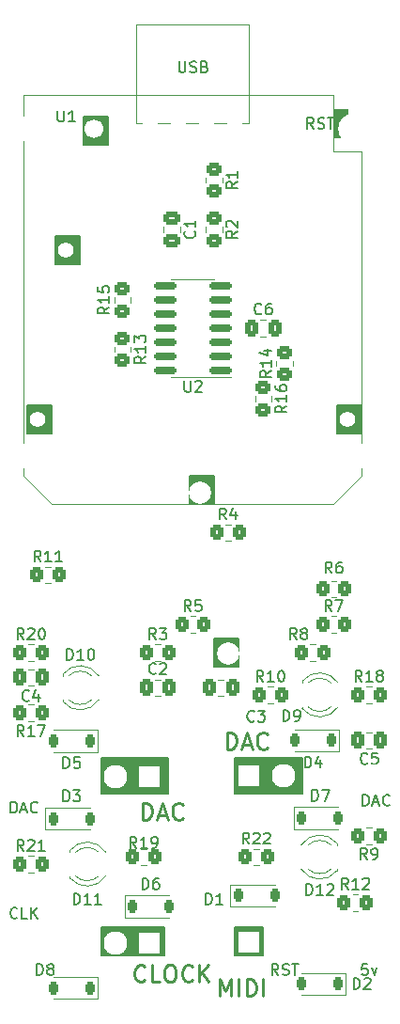
<source format=gto>
G04 #@! TF.GenerationSoftware,KiCad,Pcbnew,7.0.5-0*
G04 #@! TF.CreationDate,2024-02-27T22:34:33-05:00*
G04 #@! TF.ProjectId,Grand_central_pcb_simple,4772616e-645f-4636-956e-7472616c5f70,rev?*
G04 #@! TF.SameCoordinates,Original*
G04 #@! TF.FileFunction,Legend,Top*
G04 #@! TF.FilePolarity,Positive*
%FSLAX46Y46*%
G04 Gerber Fmt 4.6, Leading zero omitted, Abs format (unit mm)*
G04 Created by KiCad (PCBNEW 7.0.5-0) date 2024-02-27 22:34:33*
%MOMM*%
%LPD*%
G01*
G04 APERTURE LIST*
G04 Aperture macros list*
%AMRoundRect*
0 Rectangle with rounded corners*
0 $1 Rounding radius*
0 $2 $3 $4 $5 $6 $7 $8 $9 X,Y pos of 4 corners*
0 Add a 4 corners polygon primitive as box body*
4,1,4,$2,$3,$4,$5,$6,$7,$8,$9,$2,$3,0*
0 Add four circle primitives for the rounded corners*
1,1,$1+$1,$2,$3*
1,1,$1+$1,$4,$5*
1,1,$1+$1,$6,$7*
1,1,$1+$1,$8,$9*
0 Add four rect primitives between the rounded corners*
20,1,$1+$1,$2,$3,$4,$5,0*
20,1,$1+$1,$4,$5,$6,$7,0*
20,1,$1+$1,$6,$7,$8,$9,0*
20,1,$1+$1,$8,$9,$2,$3,0*%
G04 Aperture macros list end*
%ADD10C,0.150000*%
%ADD11C,0.250000*%
%ADD12C,0.120000*%
%ADD13C,0.100000*%
%ADD14RoundRect,0.225000X-0.225000X-0.375000X0.225000X-0.375000X0.225000X0.375000X-0.225000X0.375000X0*%
%ADD15RoundRect,0.150000X0.825000X0.150000X-0.825000X0.150000X-0.825000X-0.150000X0.825000X-0.150000X0*%
%ADD16RoundRect,0.250000X-0.337500X-0.475000X0.337500X-0.475000X0.337500X0.475000X-0.337500X0.475000X0*%
%ADD17RoundRect,0.250000X-0.350000X-0.450000X0.350000X-0.450000X0.350000X0.450000X-0.350000X0.450000X0*%
%ADD18C,1.800000*%
%ADD19R,1.800000X1.800000*%
%ADD20RoundRect,0.250000X0.337500X0.475000X-0.337500X0.475000X-0.337500X-0.475000X0.337500X-0.475000X0*%
%ADD21RoundRect,0.250000X-0.450000X0.350000X-0.450000X-0.350000X0.450000X-0.350000X0.450000X0.350000X0*%
%ADD22RoundRect,0.225000X0.225000X0.375000X-0.225000X0.375000X-0.225000X-0.375000X0.225000X-0.375000X0*%
%ADD23RoundRect,0.250000X0.350000X0.450000X-0.350000X0.450000X-0.350000X-0.450000X0.350000X-0.450000X0*%
%ADD24RoundRect,0.250000X0.450000X-0.350000X0.450000X0.350000X-0.450000X0.350000X-0.450000X-0.350000X0*%
%ADD25C,1.400000*%
%ADD26RoundRect,0.250000X-0.475000X0.337500X-0.475000X-0.337500X0.475000X-0.337500X0.475000X0.337500X0*%
%ADD27C,2.130000*%
%ADD28R,1.830000X1.930000*%
%ADD29C,2.000000*%
%ADD30R,2.000000X2.000000*%
%ADD31C,3.200000*%
%ADD32C,2.700000*%
%ADD33R,1.700000X1.700000*%
%ADD34C,1.700000*%
G04 APERTURE END LIST*
D10*
X250507500Y-54610000D02*
X252730000Y-54610000D01*
X252730000Y-57150000D01*
X250507500Y-57150000D01*
X250507500Y-54610000D01*
G36*
X250507500Y-54610000D02*
G01*
X252730000Y-54610000D01*
X252730000Y-57150000D01*
X250507500Y-57150000D01*
X250507500Y-54610000D01*
G37*
X227647500Y-28575000D02*
X229870000Y-28575000D01*
X229870000Y-31115000D01*
X227647500Y-31115000D01*
X227647500Y-28575000D01*
G36*
X227647500Y-28575000D02*
G01*
X229870000Y-28575000D01*
X229870000Y-31115000D01*
X227647500Y-31115000D01*
X227647500Y-28575000D01*
G37*
X225107500Y-39370000D02*
X227330000Y-39370000D01*
X227330000Y-41910000D01*
X225107500Y-41910000D01*
X225107500Y-39370000D01*
G36*
X225107500Y-39370000D02*
G01*
X227330000Y-39370000D01*
X227330000Y-41910000D01*
X225107500Y-41910000D01*
X225107500Y-39370000D01*
G37*
X222567500Y-54610000D02*
X224790000Y-54610000D01*
X224790000Y-57150000D01*
X222567500Y-57150000D01*
X222567500Y-54610000D01*
G36*
X222567500Y-54610000D02*
G01*
X224790000Y-54610000D01*
X224790000Y-57150000D01*
X222567500Y-57150000D01*
X222567500Y-54610000D01*
G37*
X237172500Y-60960000D02*
X239395000Y-60960000D01*
X239395000Y-63500000D01*
X237172500Y-63500000D01*
X237172500Y-60960000D01*
G36*
X237172500Y-60960000D02*
G01*
X239395000Y-60960000D01*
X239395000Y-63500000D01*
X237172500Y-63500000D01*
X237172500Y-60960000D01*
G37*
X239395000Y-75565000D02*
X241617500Y-75565000D01*
X241617500Y-78105000D01*
X239395000Y-78105000D01*
X239395000Y-75565000D01*
G36*
X239395000Y-75565000D02*
G01*
X241617500Y-75565000D01*
X241617500Y-78105000D01*
X239395000Y-78105000D01*
X239395000Y-75565000D01*
G37*
X241300000Y-86360000D02*
X247332500Y-86360000D01*
X247332500Y-89535000D01*
X241300000Y-89535000D01*
X241300000Y-86360000D01*
G36*
X241300000Y-86360000D02*
G01*
X247332500Y-86360000D01*
X247332500Y-89535000D01*
X241300000Y-89535000D01*
X241300000Y-86360000D01*
G37*
X229235000Y-86360000D02*
X235267500Y-86360000D01*
X235267500Y-89535000D01*
X229235000Y-89535000D01*
X229235000Y-86360000D01*
G36*
X229235000Y-86360000D02*
G01*
X235267500Y-86360000D01*
X235267500Y-89535000D01*
X229235000Y-89535000D01*
X229235000Y-86360000D01*
G37*
X241300000Y-101600000D02*
X243840000Y-101600000D01*
X243840000Y-104140000D01*
X241300000Y-104140000D01*
X241300000Y-101600000D01*
G36*
X241300000Y-101600000D02*
G01*
X243840000Y-101600000D01*
X243840000Y-104140000D01*
X241300000Y-104140000D01*
X241300000Y-101600000D01*
G37*
X229235000Y-101600000D02*
X234950000Y-101600000D01*
X234950000Y-104140000D01*
X229235000Y-104140000D01*
X229235000Y-101600000D01*
G36*
X229235000Y-101600000D02*
G01*
X234950000Y-101600000D01*
X234950000Y-104140000D01*
X229235000Y-104140000D01*
X229235000Y-101600000D01*
G37*
X252809524Y-90624819D02*
X252809524Y-89624819D01*
X252809524Y-89624819D02*
X253047619Y-89624819D01*
X253047619Y-89624819D02*
X253190476Y-89672438D01*
X253190476Y-89672438D02*
X253285714Y-89767676D01*
X253285714Y-89767676D02*
X253333333Y-89862914D01*
X253333333Y-89862914D02*
X253380952Y-90053390D01*
X253380952Y-90053390D02*
X253380952Y-90196247D01*
X253380952Y-90196247D02*
X253333333Y-90386723D01*
X253333333Y-90386723D02*
X253285714Y-90481961D01*
X253285714Y-90481961D02*
X253190476Y-90577200D01*
X253190476Y-90577200D02*
X253047619Y-90624819D01*
X253047619Y-90624819D02*
X252809524Y-90624819D01*
X253761905Y-90339104D02*
X254238095Y-90339104D01*
X253666667Y-90624819D02*
X254000000Y-89624819D01*
X254000000Y-89624819D02*
X254333333Y-90624819D01*
X255238095Y-90529580D02*
X255190476Y-90577200D01*
X255190476Y-90577200D02*
X255047619Y-90624819D01*
X255047619Y-90624819D02*
X254952381Y-90624819D01*
X254952381Y-90624819D02*
X254809524Y-90577200D01*
X254809524Y-90577200D02*
X254714286Y-90481961D01*
X254714286Y-90481961D02*
X254666667Y-90386723D01*
X254666667Y-90386723D02*
X254619048Y-90196247D01*
X254619048Y-90196247D02*
X254619048Y-90053390D01*
X254619048Y-90053390D02*
X254666667Y-89862914D01*
X254666667Y-89862914D02*
X254714286Y-89767676D01*
X254714286Y-89767676D02*
X254809524Y-89672438D01*
X254809524Y-89672438D02*
X254952381Y-89624819D01*
X254952381Y-89624819D02*
X255047619Y-89624819D01*
X255047619Y-89624819D02*
X255190476Y-89672438D01*
X255190476Y-89672438D02*
X255238095Y-89720057D01*
X221059524Y-91259819D02*
X221059524Y-90259819D01*
X221059524Y-90259819D02*
X221297619Y-90259819D01*
X221297619Y-90259819D02*
X221440476Y-90307438D01*
X221440476Y-90307438D02*
X221535714Y-90402676D01*
X221535714Y-90402676D02*
X221583333Y-90497914D01*
X221583333Y-90497914D02*
X221630952Y-90688390D01*
X221630952Y-90688390D02*
X221630952Y-90831247D01*
X221630952Y-90831247D02*
X221583333Y-91021723D01*
X221583333Y-91021723D02*
X221535714Y-91116961D01*
X221535714Y-91116961D02*
X221440476Y-91212200D01*
X221440476Y-91212200D02*
X221297619Y-91259819D01*
X221297619Y-91259819D02*
X221059524Y-91259819D01*
X222011905Y-90974104D02*
X222488095Y-90974104D01*
X221916667Y-91259819D02*
X222250000Y-90259819D01*
X222250000Y-90259819D02*
X222583333Y-91259819D01*
X223488095Y-91164580D02*
X223440476Y-91212200D01*
X223440476Y-91212200D02*
X223297619Y-91259819D01*
X223297619Y-91259819D02*
X223202381Y-91259819D01*
X223202381Y-91259819D02*
X223059524Y-91212200D01*
X223059524Y-91212200D02*
X222964286Y-91116961D01*
X222964286Y-91116961D02*
X222916667Y-91021723D01*
X222916667Y-91021723D02*
X222869048Y-90831247D01*
X222869048Y-90831247D02*
X222869048Y-90688390D01*
X222869048Y-90688390D02*
X222916667Y-90497914D01*
X222916667Y-90497914D02*
X222964286Y-90402676D01*
X222964286Y-90402676D02*
X223059524Y-90307438D01*
X223059524Y-90307438D02*
X223202381Y-90259819D01*
X223202381Y-90259819D02*
X223297619Y-90259819D01*
X223297619Y-90259819D02*
X223440476Y-90307438D01*
X223440476Y-90307438D02*
X223488095Y-90355057D01*
X253222142Y-104864819D02*
X252745952Y-104864819D01*
X252745952Y-104864819D02*
X252698333Y-105341009D01*
X252698333Y-105341009D02*
X252745952Y-105293390D01*
X252745952Y-105293390D02*
X252841190Y-105245771D01*
X252841190Y-105245771D02*
X253079285Y-105245771D01*
X253079285Y-105245771D02*
X253174523Y-105293390D01*
X253174523Y-105293390D02*
X253222142Y-105341009D01*
X253222142Y-105341009D02*
X253269761Y-105436247D01*
X253269761Y-105436247D02*
X253269761Y-105674342D01*
X253269761Y-105674342D02*
X253222142Y-105769580D01*
X253222142Y-105769580D02*
X253174523Y-105817200D01*
X253174523Y-105817200D02*
X253079285Y-105864819D01*
X253079285Y-105864819D02*
X252841190Y-105864819D01*
X252841190Y-105864819D02*
X252745952Y-105817200D01*
X252745952Y-105817200D02*
X252698333Y-105769580D01*
X253603095Y-105198152D02*
X253841190Y-105864819D01*
X253841190Y-105864819D02*
X254079285Y-105198152D01*
X245197380Y-105864819D02*
X244864047Y-105388628D01*
X244625952Y-105864819D02*
X244625952Y-104864819D01*
X244625952Y-104864819D02*
X245006904Y-104864819D01*
X245006904Y-104864819D02*
X245102142Y-104912438D01*
X245102142Y-104912438D02*
X245149761Y-104960057D01*
X245149761Y-104960057D02*
X245197380Y-105055295D01*
X245197380Y-105055295D02*
X245197380Y-105198152D01*
X245197380Y-105198152D02*
X245149761Y-105293390D01*
X245149761Y-105293390D02*
X245102142Y-105341009D01*
X245102142Y-105341009D02*
X245006904Y-105388628D01*
X245006904Y-105388628D02*
X244625952Y-105388628D01*
X245578333Y-105817200D02*
X245721190Y-105864819D01*
X245721190Y-105864819D02*
X245959285Y-105864819D01*
X245959285Y-105864819D02*
X246054523Y-105817200D01*
X246054523Y-105817200D02*
X246102142Y-105769580D01*
X246102142Y-105769580D02*
X246149761Y-105674342D01*
X246149761Y-105674342D02*
X246149761Y-105579104D01*
X246149761Y-105579104D02*
X246102142Y-105483866D01*
X246102142Y-105483866D02*
X246054523Y-105436247D01*
X246054523Y-105436247D02*
X245959285Y-105388628D01*
X245959285Y-105388628D02*
X245768809Y-105341009D01*
X245768809Y-105341009D02*
X245673571Y-105293390D01*
X245673571Y-105293390D02*
X245625952Y-105245771D01*
X245625952Y-105245771D02*
X245578333Y-105150533D01*
X245578333Y-105150533D02*
X245578333Y-105055295D01*
X245578333Y-105055295D02*
X245625952Y-104960057D01*
X245625952Y-104960057D02*
X245673571Y-104912438D01*
X245673571Y-104912438D02*
X245768809Y-104864819D01*
X245768809Y-104864819D02*
X246006904Y-104864819D01*
X246006904Y-104864819D02*
X246149761Y-104912438D01*
X246435476Y-104864819D02*
X247006904Y-104864819D01*
X246721190Y-105864819D02*
X246721190Y-104864819D01*
X221654761Y-100689580D02*
X221607142Y-100737200D01*
X221607142Y-100737200D02*
X221464285Y-100784819D01*
X221464285Y-100784819D02*
X221369047Y-100784819D01*
X221369047Y-100784819D02*
X221226190Y-100737200D01*
X221226190Y-100737200D02*
X221130952Y-100641961D01*
X221130952Y-100641961D02*
X221083333Y-100546723D01*
X221083333Y-100546723D02*
X221035714Y-100356247D01*
X221035714Y-100356247D02*
X221035714Y-100213390D01*
X221035714Y-100213390D02*
X221083333Y-100022914D01*
X221083333Y-100022914D02*
X221130952Y-99927676D01*
X221130952Y-99927676D02*
X221226190Y-99832438D01*
X221226190Y-99832438D02*
X221369047Y-99784819D01*
X221369047Y-99784819D02*
X221464285Y-99784819D01*
X221464285Y-99784819D02*
X221607142Y-99832438D01*
X221607142Y-99832438D02*
X221654761Y-99880057D01*
X222559523Y-100784819D02*
X222083333Y-100784819D01*
X222083333Y-100784819D02*
X222083333Y-99784819D01*
X222892857Y-100784819D02*
X222892857Y-99784819D01*
X223464285Y-100784819D02*
X223035714Y-100213390D01*
X223464285Y-99784819D02*
X222892857Y-100356247D01*
D11*
X240551615Y-85528428D02*
X240551615Y-84028428D01*
X240551615Y-84028428D02*
X240908758Y-84028428D01*
X240908758Y-84028428D02*
X241123044Y-84099857D01*
X241123044Y-84099857D02*
X241265901Y-84242714D01*
X241265901Y-84242714D02*
X241337330Y-84385571D01*
X241337330Y-84385571D02*
X241408758Y-84671285D01*
X241408758Y-84671285D02*
X241408758Y-84885571D01*
X241408758Y-84885571D02*
X241337330Y-85171285D01*
X241337330Y-85171285D02*
X241265901Y-85314142D01*
X241265901Y-85314142D02*
X241123044Y-85457000D01*
X241123044Y-85457000D02*
X240908758Y-85528428D01*
X240908758Y-85528428D02*
X240551615Y-85528428D01*
X241980187Y-85099857D02*
X242694473Y-85099857D01*
X241837330Y-85528428D02*
X242337330Y-84028428D01*
X242337330Y-84028428D02*
X242837330Y-85528428D01*
X244194472Y-85385571D02*
X244123044Y-85457000D01*
X244123044Y-85457000D02*
X243908758Y-85528428D01*
X243908758Y-85528428D02*
X243765901Y-85528428D01*
X243765901Y-85528428D02*
X243551615Y-85457000D01*
X243551615Y-85457000D02*
X243408758Y-85314142D01*
X243408758Y-85314142D02*
X243337329Y-85171285D01*
X243337329Y-85171285D02*
X243265901Y-84885571D01*
X243265901Y-84885571D02*
X243265901Y-84671285D01*
X243265901Y-84671285D02*
X243337329Y-84385571D01*
X243337329Y-84385571D02*
X243408758Y-84242714D01*
X243408758Y-84242714D02*
X243551615Y-84099857D01*
X243551615Y-84099857D02*
X243765901Y-84028428D01*
X243765901Y-84028428D02*
X243908758Y-84028428D01*
X243908758Y-84028428D02*
X244123044Y-84099857D01*
X244123044Y-84099857D02*
X244194472Y-84171285D01*
X232931615Y-91878428D02*
X232931615Y-90378428D01*
X232931615Y-90378428D02*
X233288758Y-90378428D01*
X233288758Y-90378428D02*
X233503044Y-90449857D01*
X233503044Y-90449857D02*
X233645901Y-90592714D01*
X233645901Y-90592714D02*
X233717330Y-90735571D01*
X233717330Y-90735571D02*
X233788758Y-91021285D01*
X233788758Y-91021285D02*
X233788758Y-91235571D01*
X233788758Y-91235571D02*
X233717330Y-91521285D01*
X233717330Y-91521285D02*
X233645901Y-91664142D01*
X233645901Y-91664142D02*
X233503044Y-91807000D01*
X233503044Y-91807000D02*
X233288758Y-91878428D01*
X233288758Y-91878428D02*
X232931615Y-91878428D01*
X234360187Y-91449857D02*
X235074473Y-91449857D01*
X234217330Y-91878428D02*
X234717330Y-90378428D01*
X234717330Y-90378428D02*
X235217330Y-91878428D01*
X236574472Y-91735571D02*
X236503044Y-91807000D01*
X236503044Y-91807000D02*
X236288758Y-91878428D01*
X236288758Y-91878428D02*
X236145901Y-91878428D01*
X236145901Y-91878428D02*
X235931615Y-91807000D01*
X235931615Y-91807000D02*
X235788758Y-91664142D01*
X235788758Y-91664142D02*
X235717329Y-91521285D01*
X235717329Y-91521285D02*
X235645901Y-91235571D01*
X235645901Y-91235571D02*
X235645901Y-91021285D01*
X235645901Y-91021285D02*
X235717329Y-90735571D01*
X235717329Y-90735571D02*
X235788758Y-90592714D01*
X235788758Y-90592714D02*
X235931615Y-90449857D01*
X235931615Y-90449857D02*
X236145901Y-90378428D01*
X236145901Y-90378428D02*
X236288758Y-90378428D01*
X236288758Y-90378428D02*
X236503044Y-90449857D01*
X236503044Y-90449857D02*
X236574472Y-90521285D01*
X239916615Y-107753428D02*
X239916615Y-106253428D01*
X239916615Y-106253428D02*
X240416615Y-107324857D01*
X240416615Y-107324857D02*
X240916615Y-106253428D01*
X240916615Y-106253428D02*
X240916615Y-107753428D01*
X241630901Y-107753428D02*
X241630901Y-106253428D01*
X242345187Y-107753428D02*
X242345187Y-106253428D01*
X242345187Y-106253428D02*
X242702330Y-106253428D01*
X242702330Y-106253428D02*
X242916616Y-106324857D01*
X242916616Y-106324857D02*
X243059473Y-106467714D01*
X243059473Y-106467714D02*
X243130902Y-106610571D01*
X243130902Y-106610571D02*
X243202330Y-106896285D01*
X243202330Y-106896285D02*
X243202330Y-107110571D01*
X243202330Y-107110571D02*
X243130902Y-107396285D01*
X243130902Y-107396285D02*
X243059473Y-107539142D01*
X243059473Y-107539142D02*
X242916616Y-107682000D01*
X242916616Y-107682000D02*
X242702330Y-107753428D01*
X242702330Y-107753428D02*
X242345187Y-107753428D01*
X243845187Y-107753428D02*
X243845187Y-106253428D01*
X233153758Y-106340571D02*
X233082330Y-106412000D01*
X233082330Y-106412000D02*
X232868044Y-106483428D01*
X232868044Y-106483428D02*
X232725187Y-106483428D01*
X232725187Y-106483428D02*
X232510901Y-106412000D01*
X232510901Y-106412000D02*
X232368044Y-106269142D01*
X232368044Y-106269142D02*
X232296615Y-106126285D01*
X232296615Y-106126285D02*
X232225187Y-105840571D01*
X232225187Y-105840571D02*
X232225187Y-105626285D01*
X232225187Y-105626285D02*
X232296615Y-105340571D01*
X232296615Y-105340571D02*
X232368044Y-105197714D01*
X232368044Y-105197714D02*
X232510901Y-105054857D01*
X232510901Y-105054857D02*
X232725187Y-104983428D01*
X232725187Y-104983428D02*
X232868044Y-104983428D01*
X232868044Y-104983428D02*
X233082330Y-105054857D01*
X233082330Y-105054857D02*
X233153758Y-105126285D01*
X234510901Y-106483428D02*
X233796615Y-106483428D01*
X233796615Y-106483428D02*
X233796615Y-104983428D01*
X235296616Y-104983428D02*
X235582330Y-104983428D01*
X235582330Y-104983428D02*
X235725187Y-105054857D01*
X235725187Y-105054857D02*
X235868044Y-105197714D01*
X235868044Y-105197714D02*
X235939473Y-105483428D01*
X235939473Y-105483428D02*
X235939473Y-105983428D01*
X235939473Y-105983428D02*
X235868044Y-106269142D01*
X235868044Y-106269142D02*
X235725187Y-106412000D01*
X235725187Y-106412000D02*
X235582330Y-106483428D01*
X235582330Y-106483428D02*
X235296616Y-106483428D01*
X235296616Y-106483428D02*
X235153759Y-106412000D01*
X235153759Y-106412000D02*
X235010901Y-106269142D01*
X235010901Y-106269142D02*
X234939473Y-105983428D01*
X234939473Y-105983428D02*
X234939473Y-105483428D01*
X234939473Y-105483428D02*
X235010901Y-105197714D01*
X235010901Y-105197714D02*
X235153759Y-105054857D01*
X235153759Y-105054857D02*
X235296616Y-104983428D01*
X237439473Y-106340571D02*
X237368045Y-106412000D01*
X237368045Y-106412000D02*
X237153759Y-106483428D01*
X237153759Y-106483428D02*
X237010902Y-106483428D01*
X237010902Y-106483428D02*
X236796616Y-106412000D01*
X236796616Y-106412000D02*
X236653759Y-106269142D01*
X236653759Y-106269142D02*
X236582330Y-106126285D01*
X236582330Y-106126285D02*
X236510902Y-105840571D01*
X236510902Y-105840571D02*
X236510902Y-105626285D01*
X236510902Y-105626285D02*
X236582330Y-105340571D01*
X236582330Y-105340571D02*
X236653759Y-105197714D01*
X236653759Y-105197714D02*
X236796616Y-105054857D01*
X236796616Y-105054857D02*
X237010902Y-104983428D01*
X237010902Y-104983428D02*
X237153759Y-104983428D01*
X237153759Y-104983428D02*
X237368045Y-105054857D01*
X237368045Y-105054857D02*
X237439473Y-105126285D01*
X238082330Y-106483428D02*
X238082330Y-104983428D01*
X238939473Y-106483428D02*
X238296616Y-105626285D01*
X238939473Y-104983428D02*
X238082330Y-105840571D01*
D10*
X248211905Y-90181389D02*
X248211905Y-89181389D01*
X248211905Y-89181389D02*
X248450000Y-89181389D01*
X248450000Y-89181389D02*
X248592857Y-89229008D01*
X248592857Y-89229008D02*
X248688095Y-89324246D01*
X248688095Y-89324246D02*
X248735714Y-89419484D01*
X248735714Y-89419484D02*
X248783333Y-89609960D01*
X248783333Y-89609960D02*
X248783333Y-89752817D01*
X248783333Y-89752817D02*
X248735714Y-89943293D01*
X248735714Y-89943293D02*
X248688095Y-90038531D01*
X248688095Y-90038531D02*
X248592857Y-90133770D01*
X248592857Y-90133770D02*
X248450000Y-90181389D01*
X248450000Y-90181389D02*
X248211905Y-90181389D01*
X249116667Y-89181389D02*
X249783333Y-89181389D01*
X249783333Y-89181389D02*
X249354762Y-90181389D01*
X236728095Y-52359819D02*
X236728095Y-53169342D01*
X236728095Y-53169342D02*
X236775714Y-53264580D01*
X236775714Y-53264580D02*
X236823333Y-53312200D01*
X236823333Y-53312200D02*
X236918571Y-53359819D01*
X236918571Y-53359819D02*
X237109047Y-53359819D01*
X237109047Y-53359819D02*
X237204285Y-53312200D01*
X237204285Y-53312200D02*
X237251904Y-53264580D01*
X237251904Y-53264580D02*
X237299523Y-53169342D01*
X237299523Y-53169342D02*
X237299523Y-52359819D01*
X237728095Y-52455057D02*
X237775714Y-52407438D01*
X237775714Y-52407438D02*
X237870952Y-52359819D01*
X237870952Y-52359819D02*
X238109047Y-52359819D01*
X238109047Y-52359819D02*
X238204285Y-52407438D01*
X238204285Y-52407438D02*
X238251904Y-52455057D01*
X238251904Y-52455057D02*
X238299523Y-52550295D01*
X238299523Y-52550295D02*
X238299523Y-52645533D01*
X238299523Y-52645533D02*
X238251904Y-52788390D01*
X238251904Y-52788390D02*
X237680476Y-53359819D01*
X237680476Y-53359819D02*
X238299523Y-53359819D01*
X243673333Y-46304580D02*
X243625714Y-46352200D01*
X243625714Y-46352200D02*
X243482857Y-46399819D01*
X243482857Y-46399819D02*
X243387619Y-46399819D01*
X243387619Y-46399819D02*
X243244762Y-46352200D01*
X243244762Y-46352200D02*
X243149524Y-46256961D01*
X243149524Y-46256961D02*
X243101905Y-46161723D01*
X243101905Y-46161723D02*
X243054286Y-45971247D01*
X243054286Y-45971247D02*
X243054286Y-45828390D01*
X243054286Y-45828390D02*
X243101905Y-45637914D01*
X243101905Y-45637914D02*
X243149524Y-45542676D01*
X243149524Y-45542676D02*
X243244762Y-45447438D01*
X243244762Y-45447438D02*
X243387619Y-45399819D01*
X243387619Y-45399819D02*
X243482857Y-45399819D01*
X243482857Y-45399819D02*
X243625714Y-45447438D01*
X243625714Y-45447438D02*
X243673333Y-45495057D01*
X244530476Y-45399819D02*
X244340000Y-45399819D01*
X244340000Y-45399819D02*
X244244762Y-45447438D01*
X244244762Y-45447438D02*
X244197143Y-45495057D01*
X244197143Y-45495057D02*
X244101905Y-45637914D01*
X244101905Y-45637914D02*
X244054286Y-45828390D01*
X244054286Y-45828390D02*
X244054286Y-46209342D01*
X244054286Y-46209342D02*
X244101905Y-46304580D01*
X244101905Y-46304580D02*
X244149524Y-46352200D01*
X244149524Y-46352200D02*
X244244762Y-46399819D01*
X244244762Y-46399819D02*
X244435238Y-46399819D01*
X244435238Y-46399819D02*
X244530476Y-46352200D01*
X244530476Y-46352200D02*
X244578095Y-46304580D01*
X244578095Y-46304580D02*
X244625714Y-46209342D01*
X244625714Y-46209342D02*
X244625714Y-45971247D01*
X244625714Y-45971247D02*
X244578095Y-45876009D01*
X244578095Y-45876009D02*
X244530476Y-45828390D01*
X244530476Y-45828390D02*
X244435238Y-45780771D01*
X244435238Y-45780771D02*
X244244762Y-45780771D01*
X244244762Y-45780771D02*
X244149524Y-45828390D01*
X244149524Y-45828390D02*
X244101905Y-45876009D01*
X244101905Y-45876009D02*
X244054286Y-45971247D01*
X242562142Y-94054819D02*
X242228809Y-93578628D01*
X241990714Y-94054819D02*
X241990714Y-93054819D01*
X241990714Y-93054819D02*
X242371666Y-93054819D01*
X242371666Y-93054819D02*
X242466904Y-93102438D01*
X242466904Y-93102438D02*
X242514523Y-93150057D01*
X242514523Y-93150057D02*
X242562142Y-93245295D01*
X242562142Y-93245295D02*
X242562142Y-93388152D01*
X242562142Y-93388152D02*
X242514523Y-93483390D01*
X242514523Y-93483390D02*
X242466904Y-93531009D01*
X242466904Y-93531009D02*
X242371666Y-93578628D01*
X242371666Y-93578628D02*
X241990714Y-93578628D01*
X242943095Y-93150057D02*
X242990714Y-93102438D01*
X242990714Y-93102438D02*
X243085952Y-93054819D01*
X243085952Y-93054819D02*
X243324047Y-93054819D01*
X243324047Y-93054819D02*
X243419285Y-93102438D01*
X243419285Y-93102438D02*
X243466904Y-93150057D01*
X243466904Y-93150057D02*
X243514523Y-93245295D01*
X243514523Y-93245295D02*
X243514523Y-93340533D01*
X243514523Y-93340533D02*
X243466904Y-93483390D01*
X243466904Y-93483390D02*
X242895476Y-94054819D01*
X242895476Y-94054819D02*
X243514523Y-94054819D01*
X243895476Y-93150057D02*
X243943095Y-93102438D01*
X243943095Y-93102438D02*
X244038333Y-93054819D01*
X244038333Y-93054819D02*
X244276428Y-93054819D01*
X244276428Y-93054819D02*
X244371666Y-93102438D01*
X244371666Y-93102438D02*
X244419285Y-93150057D01*
X244419285Y-93150057D02*
X244466904Y-93245295D01*
X244466904Y-93245295D02*
X244466904Y-93340533D01*
X244466904Y-93340533D02*
X244419285Y-93483390D01*
X244419285Y-93483390D02*
X243847857Y-94054819D01*
X243847857Y-94054819D02*
X244466904Y-94054819D01*
X222242142Y-94689819D02*
X221908809Y-94213628D01*
X221670714Y-94689819D02*
X221670714Y-93689819D01*
X221670714Y-93689819D02*
X222051666Y-93689819D01*
X222051666Y-93689819D02*
X222146904Y-93737438D01*
X222146904Y-93737438D02*
X222194523Y-93785057D01*
X222194523Y-93785057D02*
X222242142Y-93880295D01*
X222242142Y-93880295D02*
X222242142Y-94023152D01*
X222242142Y-94023152D02*
X222194523Y-94118390D01*
X222194523Y-94118390D02*
X222146904Y-94166009D01*
X222146904Y-94166009D02*
X222051666Y-94213628D01*
X222051666Y-94213628D02*
X221670714Y-94213628D01*
X222623095Y-93785057D02*
X222670714Y-93737438D01*
X222670714Y-93737438D02*
X222765952Y-93689819D01*
X222765952Y-93689819D02*
X223004047Y-93689819D01*
X223004047Y-93689819D02*
X223099285Y-93737438D01*
X223099285Y-93737438D02*
X223146904Y-93785057D01*
X223146904Y-93785057D02*
X223194523Y-93880295D01*
X223194523Y-93880295D02*
X223194523Y-93975533D01*
X223194523Y-93975533D02*
X223146904Y-94118390D01*
X223146904Y-94118390D02*
X222575476Y-94689819D01*
X222575476Y-94689819D02*
X223194523Y-94689819D01*
X224146904Y-94689819D02*
X223575476Y-94689819D01*
X223861190Y-94689819D02*
X223861190Y-93689819D01*
X223861190Y-93689819D02*
X223765952Y-93832676D01*
X223765952Y-93832676D02*
X223670714Y-93927914D01*
X223670714Y-93927914D02*
X223575476Y-93975533D01*
X222242142Y-75639819D02*
X221908809Y-75163628D01*
X221670714Y-75639819D02*
X221670714Y-74639819D01*
X221670714Y-74639819D02*
X222051666Y-74639819D01*
X222051666Y-74639819D02*
X222146904Y-74687438D01*
X222146904Y-74687438D02*
X222194523Y-74735057D01*
X222194523Y-74735057D02*
X222242142Y-74830295D01*
X222242142Y-74830295D02*
X222242142Y-74973152D01*
X222242142Y-74973152D02*
X222194523Y-75068390D01*
X222194523Y-75068390D02*
X222146904Y-75116009D01*
X222146904Y-75116009D02*
X222051666Y-75163628D01*
X222051666Y-75163628D02*
X221670714Y-75163628D01*
X222623095Y-74735057D02*
X222670714Y-74687438D01*
X222670714Y-74687438D02*
X222765952Y-74639819D01*
X222765952Y-74639819D02*
X223004047Y-74639819D01*
X223004047Y-74639819D02*
X223099285Y-74687438D01*
X223099285Y-74687438D02*
X223146904Y-74735057D01*
X223146904Y-74735057D02*
X223194523Y-74830295D01*
X223194523Y-74830295D02*
X223194523Y-74925533D01*
X223194523Y-74925533D02*
X223146904Y-75068390D01*
X223146904Y-75068390D02*
X222575476Y-75639819D01*
X222575476Y-75639819D02*
X223194523Y-75639819D01*
X223813571Y-74639819D02*
X223908809Y-74639819D01*
X223908809Y-74639819D02*
X224004047Y-74687438D01*
X224004047Y-74687438D02*
X224051666Y-74735057D01*
X224051666Y-74735057D02*
X224099285Y-74830295D01*
X224099285Y-74830295D02*
X224146904Y-75020771D01*
X224146904Y-75020771D02*
X224146904Y-75258866D01*
X224146904Y-75258866D02*
X224099285Y-75449342D01*
X224099285Y-75449342D02*
X224051666Y-75544580D01*
X224051666Y-75544580D02*
X224004047Y-75592200D01*
X224004047Y-75592200D02*
X223908809Y-75639819D01*
X223908809Y-75639819D02*
X223813571Y-75639819D01*
X223813571Y-75639819D02*
X223718333Y-75592200D01*
X223718333Y-75592200D02*
X223670714Y-75544580D01*
X223670714Y-75544580D02*
X223623095Y-75449342D01*
X223623095Y-75449342D02*
X223575476Y-75258866D01*
X223575476Y-75258866D02*
X223575476Y-75020771D01*
X223575476Y-75020771D02*
X223623095Y-74830295D01*
X223623095Y-74830295D02*
X223670714Y-74735057D01*
X223670714Y-74735057D02*
X223718333Y-74687438D01*
X223718333Y-74687438D02*
X223813571Y-74639819D01*
X243832142Y-79449819D02*
X243498809Y-78973628D01*
X243260714Y-79449819D02*
X243260714Y-78449819D01*
X243260714Y-78449819D02*
X243641666Y-78449819D01*
X243641666Y-78449819D02*
X243736904Y-78497438D01*
X243736904Y-78497438D02*
X243784523Y-78545057D01*
X243784523Y-78545057D02*
X243832142Y-78640295D01*
X243832142Y-78640295D02*
X243832142Y-78783152D01*
X243832142Y-78783152D02*
X243784523Y-78878390D01*
X243784523Y-78878390D02*
X243736904Y-78926009D01*
X243736904Y-78926009D02*
X243641666Y-78973628D01*
X243641666Y-78973628D02*
X243260714Y-78973628D01*
X244784523Y-79449819D02*
X244213095Y-79449819D01*
X244498809Y-79449819D02*
X244498809Y-78449819D01*
X244498809Y-78449819D02*
X244403571Y-78592676D01*
X244403571Y-78592676D02*
X244308333Y-78687914D01*
X244308333Y-78687914D02*
X244213095Y-78735533D01*
X245403571Y-78449819D02*
X245498809Y-78449819D01*
X245498809Y-78449819D02*
X245594047Y-78497438D01*
X245594047Y-78497438D02*
X245641666Y-78545057D01*
X245641666Y-78545057D02*
X245689285Y-78640295D01*
X245689285Y-78640295D02*
X245736904Y-78830771D01*
X245736904Y-78830771D02*
X245736904Y-79068866D01*
X245736904Y-79068866D02*
X245689285Y-79259342D01*
X245689285Y-79259342D02*
X245641666Y-79354580D01*
X245641666Y-79354580D02*
X245594047Y-79402200D01*
X245594047Y-79402200D02*
X245498809Y-79449819D01*
X245498809Y-79449819D02*
X245403571Y-79449819D01*
X245403571Y-79449819D02*
X245308333Y-79402200D01*
X245308333Y-79402200D02*
X245260714Y-79354580D01*
X245260714Y-79354580D02*
X245213095Y-79259342D01*
X245213095Y-79259342D02*
X245165476Y-79068866D01*
X245165476Y-79068866D02*
X245165476Y-78830771D01*
X245165476Y-78830771D02*
X245213095Y-78640295D01*
X245213095Y-78640295D02*
X245260714Y-78545057D01*
X245260714Y-78545057D02*
X245308333Y-78497438D01*
X245308333Y-78497438D02*
X245403571Y-78449819D01*
X247710714Y-98664819D02*
X247710714Y-97664819D01*
X247710714Y-97664819D02*
X247948809Y-97664819D01*
X247948809Y-97664819D02*
X248091666Y-97712438D01*
X248091666Y-97712438D02*
X248186904Y-97807676D01*
X248186904Y-97807676D02*
X248234523Y-97902914D01*
X248234523Y-97902914D02*
X248282142Y-98093390D01*
X248282142Y-98093390D02*
X248282142Y-98236247D01*
X248282142Y-98236247D02*
X248234523Y-98426723D01*
X248234523Y-98426723D02*
X248186904Y-98521961D01*
X248186904Y-98521961D02*
X248091666Y-98617200D01*
X248091666Y-98617200D02*
X247948809Y-98664819D01*
X247948809Y-98664819D02*
X247710714Y-98664819D01*
X249234523Y-98664819D02*
X248663095Y-98664819D01*
X248948809Y-98664819D02*
X248948809Y-97664819D01*
X248948809Y-97664819D02*
X248853571Y-97807676D01*
X248853571Y-97807676D02*
X248758333Y-97902914D01*
X248758333Y-97902914D02*
X248663095Y-97950533D01*
X249615476Y-97760057D02*
X249663095Y-97712438D01*
X249663095Y-97712438D02*
X249758333Y-97664819D01*
X249758333Y-97664819D02*
X249996428Y-97664819D01*
X249996428Y-97664819D02*
X250091666Y-97712438D01*
X250091666Y-97712438D02*
X250139285Y-97760057D01*
X250139285Y-97760057D02*
X250186904Y-97855295D01*
X250186904Y-97855295D02*
X250186904Y-97950533D01*
X250186904Y-97950533D02*
X250139285Y-98093390D01*
X250139285Y-98093390D02*
X249567857Y-98664819D01*
X249567857Y-98664819D02*
X250186904Y-98664819D01*
X226750714Y-99514819D02*
X226750714Y-98514819D01*
X226750714Y-98514819D02*
X226988809Y-98514819D01*
X226988809Y-98514819D02*
X227131666Y-98562438D01*
X227131666Y-98562438D02*
X227226904Y-98657676D01*
X227226904Y-98657676D02*
X227274523Y-98752914D01*
X227274523Y-98752914D02*
X227322142Y-98943390D01*
X227322142Y-98943390D02*
X227322142Y-99086247D01*
X227322142Y-99086247D02*
X227274523Y-99276723D01*
X227274523Y-99276723D02*
X227226904Y-99371961D01*
X227226904Y-99371961D02*
X227131666Y-99467200D01*
X227131666Y-99467200D02*
X226988809Y-99514819D01*
X226988809Y-99514819D02*
X226750714Y-99514819D01*
X228274523Y-99514819D02*
X227703095Y-99514819D01*
X227988809Y-99514819D02*
X227988809Y-98514819D01*
X227988809Y-98514819D02*
X227893571Y-98657676D01*
X227893571Y-98657676D02*
X227798333Y-98752914D01*
X227798333Y-98752914D02*
X227703095Y-98800533D01*
X229226904Y-99514819D02*
X228655476Y-99514819D01*
X228941190Y-99514819D02*
X228941190Y-98514819D01*
X228941190Y-98514819D02*
X228845952Y-98657676D01*
X228845952Y-98657676D02*
X228750714Y-98752914D01*
X228750714Y-98752914D02*
X228655476Y-98800533D01*
X226115714Y-77504819D02*
X226115714Y-76504819D01*
X226115714Y-76504819D02*
X226353809Y-76504819D01*
X226353809Y-76504819D02*
X226496666Y-76552438D01*
X226496666Y-76552438D02*
X226591904Y-76647676D01*
X226591904Y-76647676D02*
X226639523Y-76742914D01*
X226639523Y-76742914D02*
X226687142Y-76933390D01*
X226687142Y-76933390D02*
X226687142Y-77076247D01*
X226687142Y-77076247D02*
X226639523Y-77266723D01*
X226639523Y-77266723D02*
X226591904Y-77361961D01*
X226591904Y-77361961D02*
X226496666Y-77457200D01*
X226496666Y-77457200D02*
X226353809Y-77504819D01*
X226353809Y-77504819D02*
X226115714Y-77504819D01*
X227639523Y-77504819D02*
X227068095Y-77504819D01*
X227353809Y-77504819D02*
X227353809Y-76504819D01*
X227353809Y-76504819D02*
X227258571Y-76647676D01*
X227258571Y-76647676D02*
X227163333Y-76742914D01*
X227163333Y-76742914D02*
X227068095Y-76790533D01*
X228258571Y-76504819D02*
X228353809Y-76504819D01*
X228353809Y-76504819D02*
X228449047Y-76552438D01*
X228449047Y-76552438D02*
X228496666Y-76600057D01*
X228496666Y-76600057D02*
X228544285Y-76695295D01*
X228544285Y-76695295D02*
X228591904Y-76885771D01*
X228591904Y-76885771D02*
X228591904Y-77123866D01*
X228591904Y-77123866D02*
X228544285Y-77314342D01*
X228544285Y-77314342D02*
X228496666Y-77409580D01*
X228496666Y-77409580D02*
X228449047Y-77457200D01*
X228449047Y-77457200D02*
X228353809Y-77504819D01*
X228353809Y-77504819D02*
X228258571Y-77504819D01*
X228258571Y-77504819D02*
X228163333Y-77457200D01*
X228163333Y-77457200D02*
X228115714Y-77409580D01*
X228115714Y-77409580D02*
X228068095Y-77314342D01*
X228068095Y-77314342D02*
X228020476Y-77123866D01*
X228020476Y-77123866D02*
X228020476Y-76885771D01*
X228020476Y-76885771D02*
X228068095Y-76695295D01*
X228068095Y-76695295D02*
X228115714Y-76600057D01*
X228115714Y-76600057D02*
X228163333Y-76552438D01*
X228163333Y-76552438D02*
X228258571Y-76504819D01*
X245641905Y-83004819D02*
X245641905Y-82004819D01*
X245641905Y-82004819D02*
X245880000Y-82004819D01*
X245880000Y-82004819D02*
X246022857Y-82052438D01*
X246022857Y-82052438D02*
X246118095Y-82147676D01*
X246118095Y-82147676D02*
X246165714Y-82242914D01*
X246165714Y-82242914D02*
X246213333Y-82433390D01*
X246213333Y-82433390D02*
X246213333Y-82576247D01*
X246213333Y-82576247D02*
X246165714Y-82766723D01*
X246165714Y-82766723D02*
X246118095Y-82861961D01*
X246118095Y-82861961D02*
X246022857Y-82957200D01*
X246022857Y-82957200D02*
X245880000Y-83004819D01*
X245880000Y-83004819D02*
X245641905Y-83004819D01*
X246689524Y-83004819D02*
X246880000Y-83004819D01*
X246880000Y-83004819D02*
X246975238Y-82957200D01*
X246975238Y-82957200D02*
X247022857Y-82909580D01*
X247022857Y-82909580D02*
X247118095Y-82766723D01*
X247118095Y-82766723D02*
X247165714Y-82576247D01*
X247165714Y-82576247D02*
X247165714Y-82195295D01*
X247165714Y-82195295D02*
X247118095Y-82100057D01*
X247118095Y-82100057D02*
X247070476Y-82052438D01*
X247070476Y-82052438D02*
X246975238Y-82004819D01*
X246975238Y-82004819D02*
X246784762Y-82004819D01*
X246784762Y-82004819D02*
X246689524Y-82052438D01*
X246689524Y-82052438D02*
X246641905Y-82100057D01*
X246641905Y-82100057D02*
X246594286Y-82195295D01*
X246594286Y-82195295D02*
X246594286Y-82433390D01*
X246594286Y-82433390D02*
X246641905Y-82528628D01*
X246641905Y-82528628D02*
X246689524Y-82576247D01*
X246689524Y-82576247D02*
X246784762Y-82623866D01*
X246784762Y-82623866D02*
X246975238Y-82623866D01*
X246975238Y-82623866D02*
X247070476Y-82576247D01*
X247070476Y-82576247D02*
X247118095Y-82528628D01*
X247118095Y-82528628D02*
X247165714Y-82433390D01*
X250023333Y-73099819D02*
X249690000Y-72623628D01*
X249451905Y-73099819D02*
X249451905Y-72099819D01*
X249451905Y-72099819D02*
X249832857Y-72099819D01*
X249832857Y-72099819D02*
X249928095Y-72147438D01*
X249928095Y-72147438D02*
X249975714Y-72195057D01*
X249975714Y-72195057D02*
X250023333Y-72290295D01*
X250023333Y-72290295D02*
X250023333Y-72433152D01*
X250023333Y-72433152D02*
X249975714Y-72528390D01*
X249975714Y-72528390D02*
X249928095Y-72576009D01*
X249928095Y-72576009D02*
X249832857Y-72623628D01*
X249832857Y-72623628D02*
X249451905Y-72623628D01*
X250356667Y-72099819D02*
X251023333Y-72099819D01*
X251023333Y-72099819D02*
X250594762Y-73099819D01*
X253228333Y-86781150D02*
X253180714Y-86828770D01*
X253180714Y-86828770D02*
X253037857Y-86876389D01*
X253037857Y-86876389D02*
X252942619Y-86876389D01*
X252942619Y-86876389D02*
X252799762Y-86828770D01*
X252799762Y-86828770D02*
X252704524Y-86733531D01*
X252704524Y-86733531D02*
X252656905Y-86638293D01*
X252656905Y-86638293D02*
X252609286Y-86447817D01*
X252609286Y-86447817D02*
X252609286Y-86304960D01*
X252609286Y-86304960D02*
X252656905Y-86114484D01*
X252656905Y-86114484D02*
X252704524Y-86019246D01*
X252704524Y-86019246D02*
X252799762Y-85924008D01*
X252799762Y-85924008D02*
X252942619Y-85876389D01*
X252942619Y-85876389D02*
X253037857Y-85876389D01*
X253037857Y-85876389D02*
X253180714Y-85924008D01*
X253180714Y-85924008D02*
X253228333Y-85971627D01*
X254133095Y-85876389D02*
X253656905Y-85876389D01*
X253656905Y-85876389D02*
X253609286Y-86352579D01*
X253609286Y-86352579D02*
X253656905Y-86304960D01*
X253656905Y-86304960D02*
X253752143Y-86257341D01*
X253752143Y-86257341D02*
X253990238Y-86257341D01*
X253990238Y-86257341D02*
X254085476Y-86304960D01*
X254085476Y-86304960D02*
X254133095Y-86352579D01*
X254133095Y-86352579D02*
X254180714Y-86447817D01*
X254180714Y-86447817D02*
X254180714Y-86685912D01*
X254180714Y-86685912D02*
X254133095Y-86781150D01*
X254133095Y-86781150D02*
X254085476Y-86828770D01*
X254085476Y-86828770D02*
X253990238Y-86876389D01*
X253990238Y-86876389D02*
X253752143Y-86876389D01*
X253752143Y-86876389D02*
X253656905Y-86828770D01*
X253656905Y-86828770D02*
X253609286Y-86781150D01*
X246848333Y-75639819D02*
X246515000Y-75163628D01*
X246276905Y-75639819D02*
X246276905Y-74639819D01*
X246276905Y-74639819D02*
X246657857Y-74639819D01*
X246657857Y-74639819D02*
X246753095Y-74687438D01*
X246753095Y-74687438D02*
X246800714Y-74735057D01*
X246800714Y-74735057D02*
X246848333Y-74830295D01*
X246848333Y-74830295D02*
X246848333Y-74973152D01*
X246848333Y-74973152D02*
X246800714Y-75068390D01*
X246800714Y-75068390D02*
X246753095Y-75116009D01*
X246753095Y-75116009D02*
X246657857Y-75163628D01*
X246657857Y-75163628D02*
X246276905Y-75163628D01*
X247419762Y-75068390D02*
X247324524Y-75020771D01*
X247324524Y-75020771D02*
X247276905Y-74973152D01*
X247276905Y-74973152D02*
X247229286Y-74877914D01*
X247229286Y-74877914D02*
X247229286Y-74830295D01*
X247229286Y-74830295D02*
X247276905Y-74735057D01*
X247276905Y-74735057D02*
X247324524Y-74687438D01*
X247324524Y-74687438D02*
X247419762Y-74639819D01*
X247419762Y-74639819D02*
X247610238Y-74639819D01*
X247610238Y-74639819D02*
X247705476Y-74687438D01*
X247705476Y-74687438D02*
X247753095Y-74735057D01*
X247753095Y-74735057D02*
X247800714Y-74830295D01*
X247800714Y-74830295D02*
X247800714Y-74877914D01*
X247800714Y-74877914D02*
X247753095Y-74973152D01*
X247753095Y-74973152D02*
X247705476Y-75020771D01*
X247705476Y-75020771D02*
X247610238Y-75068390D01*
X247610238Y-75068390D02*
X247419762Y-75068390D01*
X247419762Y-75068390D02*
X247324524Y-75116009D01*
X247324524Y-75116009D02*
X247276905Y-75163628D01*
X247276905Y-75163628D02*
X247229286Y-75258866D01*
X247229286Y-75258866D02*
X247229286Y-75449342D01*
X247229286Y-75449342D02*
X247276905Y-75544580D01*
X247276905Y-75544580D02*
X247324524Y-75592200D01*
X247324524Y-75592200D02*
X247419762Y-75639819D01*
X247419762Y-75639819D02*
X247610238Y-75639819D01*
X247610238Y-75639819D02*
X247705476Y-75592200D01*
X247705476Y-75592200D02*
X247753095Y-75544580D01*
X247753095Y-75544580D02*
X247800714Y-75449342D01*
X247800714Y-75449342D02*
X247800714Y-75258866D01*
X247800714Y-75258866D02*
X247753095Y-75163628D01*
X247753095Y-75163628D02*
X247705476Y-75116009D01*
X247705476Y-75116009D02*
X247610238Y-75068390D01*
X241499819Y-34456666D02*
X241023628Y-34789999D01*
X241499819Y-35028094D02*
X240499819Y-35028094D01*
X240499819Y-35028094D02*
X240499819Y-34647142D01*
X240499819Y-34647142D02*
X240547438Y-34551904D01*
X240547438Y-34551904D02*
X240595057Y-34504285D01*
X240595057Y-34504285D02*
X240690295Y-34456666D01*
X240690295Y-34456666D02*
X240833152Y-34456666D01*
X240833152Y-34456666D02*
X240928390Y-34504285D01*
X240928390Y-34504285D02*
X240976009Y-34551904D01*
X240976009Y-34551904D02*
X241023628Y-34647142D01*
X241023628Y-34647142D02*
X241023628Y-35028094D01*
X241499819Y-33504285D02*
X241499819Y-34075713D01*
X241499819Y-33789999D02*
X240499819Y-33789999D01*
X240499819Y-33789999D02*
X240642676Y-33885237D01*
X240642676Y-33885237D02*
X240737914Y-33980475D01*
X240737914Y-33980475D02*
X240785533Y-34075713D01*
X247576905Y-87196389D02*
X247576905Y-86196389D01*
X247576905Y-86196389D02*
X247815000Y-86196389D01*
X247815000Y-86196389D02*
X247957857Y-86244008D01*
X247957857Y-86244008D02*
X248053095Y-86339246D01*
X248053095Y-86339246D02*
X248100714Y-86434484D01*
X248100714Y-86434484D02*
X248148333Y-86624960D01*
X248148333Y-86624960D02*
X248148333Y-86767817D01*
X248148333Y-86767817D02*
X248100714Y-86958293D01*
X248100714Y-86958293D02*
X248053095Y-87053531D01*
X248053095Y-87053531D02*
X247957857Y-87148770D01*
X247957857Y-87148770D02*
X247815000Y-87196389D01*
X247815000Y-87196389D02*
X247576905Y-87196389D01*
X249005476Y-86529722D02*
X249005476Y-87196389D01*
X248767381Y-86148770D02*
X248529286Y-86863055D01*
X248529286Y-86863055D02*
X249148333Y-86863055D01*
X232402142Y-94434819D02*
X232068809Y-93958628D01*
X231830714Y-94434819D02*
X231830714Y-93434819D01*
X231830714Y-93434819D02*
X232211666Y-93434819D01*
X232211666Y-93434819D02*
X232306904Y-93482438D01*
X232306904Y-93482438D02*
X232354523Y-93530057D01*
X232354523Y-93530057D02*
X232402142Y-93625295D01*
X232402142Y-93625295D02*
X232402142Y-93768152D01*
X232402142Y-93768152D02*
X232354523Y-93863390D01*
X232354523Y-93863390D02*
X232306904Y-93911009D01*
X232306904Y-93911009D02*
X232211666Y-93958628D01*
X232211666Y-93958628D02*
X231830714Y-93958628D01*
X233354523Y-94434819D02*
X232783095Y-94434819D01*
X233068809Y-94434819D02*
X233068809Y-93434819D01*
X233068809Y-93434819D02*
X232973571Y-93577676D01*
X232973571Y-93577676D02*
X232878333Y-93672914D01*
X232878333Y-93672914D02*
X232783095Y-93720533D01*
X233830714Y-94434819D02*
X234021190Y-94434819D01*
X234021190Y-94434819D02*
X234116428Y-94387200D01*
X234116428Y-94387200D02*
X234164047Y-94339580D01*
X234164047Y-94339580D02*
X234259285Y-94196723D01*
X234259285Y-94196723D02*
X234306904Y-94006247D01*
X234306904Y-94006247D02*
X234306904Y-93625295D01*
X234306904Y-93625295D02*
X234259285Y-93530057D01*
X234259285Y-93530057D02*
X234211666Y-93482438D01*
X234211666Y-93482438D02*
X234116428Y-93434819D01*
X234116428Y-93434819D02*
X233925952Y-93434819D01*
X233925952Y-93434819D02*
X233830714Y-93482438D01*
X233830714Y-93482438D02*
X233783095Y-93530057D01*
X233783095Y-93530057D02*
X233735476Y-93625295D01*
X233735476Y-93625295D02*
X233735476Y-93863390D01*
X233735476Y-93863390D02*
X233783095Y-93958628D01*
X233783095Y-93958628D02*
X233830714Y-94006247D01*
X233830714Y-94006247D02*
X233925952Y-94053866D01*
X233925952Y-94053866D02*
X234116428Y-94053866D01*
X234116428Y-94053866D02*
X234211666Y-94006247D01*
X234211666Y-94006247D02*
X234259285Y-93958628D01*
X234259285Y-93958628D02*
X234306904Y-93863390D01*
X232941905Y-98149819D02*
X232941905Y-97149819D01*
X232941905Y-97149819D02*
X233180000Y-97149819D01*
X233180000Y-97149819D02*
X233322857Y-97197438D01*
X233322857Y-97197438D02*
X233418095Y-97292676D01*
X233418095Y-97292676D02*
X233465714Y-97387914D01*
X233465714Y-97387914D02*
X233513333Y-97578390D01*
X233513333Y-97578390D02*
X233513333Y-97721247D01*
X233513333Y-97721247D02*
X233465714Y-97911723D01*
X233465714Y-97911723D02*
X233418095Y-98006961D01*
X233418095Y-98006961D02*
X233322857Y-98102200D01*
X233322857Y-98102200D02*
X233180000Y-98149819D01*
X233180000Y-98149819D02*
X232941905Y-98149819D01*
X234370476Y-97149819D02*
X234180000Y-97149819D01*
X234180000Y-97149819D02*
X234084762Y-97197438D01*
X234084762Y-97197438D02*
X234037143Y-97245057D01*
X234037143Y-97245057D02*
X233941905Y-97387914D01*
X233941905Y-97387914D02*
X233894286Y-97578390D01*
X233894286Y-97578390D02*
X233894286Y-97959342D01*
X233894286Y-97959342D02*
X233941905Y-98054580D01*
X233941905Y-98054580D02*
X233989524Y-98102200D01*
X233989524Y-98102200D02*
X234084762Y-98149819D01*
X234084762Y-98149819D02*
X234275238Y-98149819D01*
X234275238Y-98149819D02*
X234370476Y-98102200D01*
X234370476Y-98102200D02*
X234418095Y-98054580D01*
X234418095Y-98054580D02*
X234465714Y-97959342D01*
X234465714Y-97959342D02*
X234465714Y-97721247D01*
X234465714Y-97721247D02*
X234418095Y-97626009D01*
X234418095Y-97626009D02*
X234370476Y-97578390D01*
X234370476Y-97578390D02*
X234275238Y-97530771D01*
X234275238Y-97530771D02*
X234084762Y-97530771D01*
X234084762Y-97530771D02*
X233989524Y-97578390D01*
X233989524Y-97578390D02*
X233941905Y-97626009D01*
X233941905Y-97626009D02*
X233894286Y-97721247D01*
X222718333Y-81115830D02*
X222670714Y-81163450D01*
X222670714Y-81163450D02*
X222527857Y-81211069D01*
X222527857Y-81211069D02*
X222432619Y-81211069D01*
X222432619Y-81211069D02*
X222289762Y-81163450D01*
X222289762Y-81163450D02*
X222194524Y-81068211D01*
X222194524Y-81068211D02*
X222146905Y-80972973D01*
X222146905Y-80972973D02*
X222099286Y-80782497D01*
X222099286Y-80782497D02*
X222099286Y-80639640D01*
X222099286Y-80639640D02*
X222146905Y-80449164D01*
X222146905Y-80449164D02*
X222194524Y-80353926D01*
X222194524Y-80353926D02*
X222289762Y-80258688D01*
X222289762Y-80258688D02*
X222432619Y-80211069D01*
X222432619Y-80211069D02*
X222527857Y-80211069D01*
X222527857Y-80211069D02*
X222670714Y-80258688D01*
X222670714Y-80258688D02*
X222718333Y-80306307D01*
X223575476Y-80544402D02*
X223575476Y-81211069D01*
X223337381Y-80163450D02*
X223099286Y-80877735D01*
X223099286Y-80877735D02*
X223718333Y-80877735D01*
X234148333Y-78689580D02*
X234100714Y-78737200D01*
X234100714Y-78737200D02*
X233957857Y-78784819D01*
X233957857Y-78784819D02*
X233862619Y-78784819D01*
X233862619Y-78784819D02*
X233719762Y-78737200D01*
X233719762Y-78737200D02*
X233624524Y-78641961D01*
X233624524Y-78641961D02*
X233576905Y-78546723D01*
X233576905Y-78546723D02*
X233529286Y-78356247D01*
X233529286Y-78356247D02*
X233529286Y-78213390D01*
X233529286Y-78213390D02*
X233576905Y-78022914D01*
X233576905Y-78022914D02*
X233624524Y-77927676D01*
X233624524Y-77927676D02*
X233719762Y-77832438D01*
X233719762Y-77832438D02*
X233862619Y-77784819D01*
X233862619Y-77784819D02*
X233957857Y-77784819D01*
X233957857Y-77784819D02*
X234100714Y-77832438D01*
X234100714Y-77832438D02*
X234148333Y-77880057D01*
X234529286Y-77880057D02*
X234576905Y-77832438D01*
X234576905Y-77832438D02*
X234672143Y-77784819D01*
X234672143Y-77784819D02*
X234910238Y-77784819D01*
X234910238Y-77784819D02*
X235005476Y-77832438D01*
X235005476Y-77832438D02*
X235053095Y-77880057D01*
X235053095Y-77880057D02*
X235100714Y-77975295D01*
X235100714Y-77975295D02*
X235100714Y-78070533D01*
X235100714Y-78070533D02*
X235053095Y-78213390D01*
X235053095Y-78213390D02*
X234481667Y-78784819D01*
X234481667Y-78784819D02*
X235100714Y-78784819D01*
X243026084Y-82971150D02*
X242978465Y-83018770D01*
X242978465Y-83018770D02*
X242835608Y-83066389D01*
X242835608Y-83066389D02*
X242740370Y-83066389D01*
X242740370Y-83066389D02*
X242597513Y-83018770D01*
X242597513Y-83018770D02*
X242502275Y-82923531D01*
X242502275Y-82923531D02*
X242454656Y-82828293D01*
X242454656Y-82828293D02*
X242407037Y-82637817D01*
X242407037Y-82637817D02*
X242407037Y-82494960D01*
X242407037Y-82494960D02*
X242454656Y-82304484D01*
X242454656Y-82304484D02*
X242502275Y-82209246D01*
X242502275Y-82209246D02*
X242597513Y-82114008D01*
X242597513Y-82114008D02*
X242740370Y-82066389D01*
X242740370Y-82066389D02*
X242835608Y-82066389D01*
X242835608Y-82066389D02*
X242978465Y-82114008D01*
X242978465Y-82114008D02*
X243026084Y-82161627D01*
X243359418Y-82066389D02*
X243978465Y-82066389D01*
X243978465Y-82066389D02*
X243645132Y-82447341D01*
X243645132Y-82447341D02*
X243787989Y-82447341D01*
X243787989Y-82447341D02*
X243883227Y-82494960D01*
X243883227Y-82494960D02*
X243930846Y-82542579D01*
X243930846Y-82542579D02*
X243978465Y-82637817D01*
X243978465Y-82637817D02*
X243978465Y-82875912D01*
X243978465Y-82875912D02*
X243930846Y-82971150D01*
X243930846Y-82971150D02*
X243883227Y-83018770D01*
X243883227Y-83018770D02*
X243787989Y-83066389D01*
X243787989Y-83066389D02*
X243502275Y-83066389D01*
X243502275Y-83066389D02*
X243407037Y-83018770D01*
X243407037Y-83018770D02*
X243359418Y-82971150D01*
X223782142Y-68654819D02*
X223448809Y-68178628D01*
X223210714Y-68654819D02*
X223210714Y-67654819D01*
X223210714Y-67654819D02*
X223591666Y-67654819D01*
X223591666Y-67654819D02*
X223686904Y-67702438D01*
X223686904Y-67702438D02*
X223734523Y-67750057D01*
X223734523Y-67750057D02*
X223782142Y-67845295D01*
X223782142Y-67845295D02*
X223782142Y-67988152D01*
X223782142Y-67988152D02*
X223734523Y-68083390D01*
X223734523Y-68083390D02*
X223686904Y-68131009D01*
X223686904Y-68131009D02*
X223591666Y-68178628D01*
X223591666Y-68178628D02*
X223210714Y-68178628D01*
X224734523Y-68654819D02*
X224163095Y-68654819D01*
X224448809Y-68654819D02*
X224448809Y-67654819D01*
X224448809Y-67654819D02*
X224353571Y-67797676D01*
X224353571Y-67797676D02*
X224258333Y-67892914D01*
X224258333Y-67892914D02*
X224163095Y-67940533D01*
X225686904Y-68654819D02*
X225115476Y-68654819D01*
X225401190Y-68654819D02*
X225401190Y-67654819D01*
X225401190Y-67654819D02*
X225305952Y-67797676D01*
X225305952Y-67797676D02*
X225210714Y-67892914D01*
X225210714Y-67892914D02*
X225115476Y-67940533D01*
X244549819Y-51442857D02*
X244073628Y-51776190D01*
X244549819Y-52014285D02*
X243549819Y-52014285D01*
X243549819Y-52014285D02*
X243549819Y-51633333D01*
X243549819Y-51633333D02*
X243597438Y-51538095D01*
X243597438Y-51538095D02*
X243645057Y-51490476D01*
X243645057Y-51490476D02*
X243740295Y-51442857D01*
X243740295Y-51442857D02*
X243883152Y-51442857D01*
X243883152Y-51442857D02*
X243978390Y-51490476D01*
X243978390Y-51490476D02*
X244026009Y-51538095D01*
X244026009Y-51538095D02*
X244073628Y-51633333D01*
X244073628Y-51633333D02*
X244073628Y-52014285D01*
X244549819Y-50490476D02*
X244549819Y-51061904D01*
X244549819Y-50776190D02*
X243549819Y-50776190D01*
X243549819Y-50776190D02*
X243692676Y-50871428D01*
X243692676Y-50871428D02*
X243787914Y-50966666D01*
X243787914Y-50966666D02*
X243835533Y-51061904D01*
X243883152Y-49633333D02*
X244549819Y-49633333D01*
X243502200Y-49871428D02*
X244216485Y-50109523D01*
X244216485Y-50109523D02*
X244216485Y-49490476D01*
X222242142Y-84356069D02*
X221908809Y-83879878D01*
X221670714Y-84356069D02*
X221670714Y-83356069D01*
X221670714Y-83356069D02*
X222051666Y-83356069D01*
X222051666Y-83356069D02*
X222146904Y-83403688D01*
X222146904Y-83403688D02*
X222194523Y-83451307D01*
X222194523Y-83451307D02*
X222242142Y-83546545D01*
X222242142Y-83546545D02*
X222242142Y-83689402D01*
X222242142Y-83689402D02*
X222194523Y-83784640D01*
X222194523Y-83784640D02*
X222146904Y-83832259D01*
X222146904Y-83832259D02*
X222051666Y-83879878D01*
X222051666Y-83879878D02*
X221670714Y-83879878D01*
X223194523Y-84356069D02*
X222623095Y-84356069D01*
X222908809Y-84356069D02*
X222908809Y-83356069D01*
X222908809Y-83356069D02*
X222813571Y-83498926D01*
X222813571Y-83498926D02*
X222718333Y-83594164D01*
X222718333Y-83594164D02*
X222623095Y-83641783D01*
X223527857Y-83356069D02*
X224194523Y-83356069D01*
X224194523Y-83356069D02*
X223765952Y-84356069D01*
X250023333Y-69669819D02*
X249690000Y-69193628D01*
X249451905Y-69669819D02*
X249451905Y-68669819D01*
X249451905Y-68669819D02*
X249832857Y-68669819D01*
X249832857Y-68669819D02*
X249928095Y-68717438D01*
X249928095Y-68717438D02*
X249975714Y-68765057D01*
X249975714Y-68765057D02*
X250023333Y-68860295D01*
X250023333Y-68860295D02*
X250023333Y-69003152D01*
X250023333Y-69003152D02*
X249975714Y-69098390D01*
X249975714Y-69098390D02*
X249928095Y-69146009D01*
X249928095Y-69146009D02*
X249832857Y-69193628D01*
X249832857Y-69193628D02*
X249451905Y-69193628D01*
X250880476Y-68669819D02*
X250690000Y-68669819D01*
X250690000Y-68669819D02*
X250594762Y-68717438D01*
X250594762Y-68717438D02*
X250547143Y-68765057D01*
X250547143Y-68765057D02*
X250451905Y-68907914D01*
X250451905Y-68907914D02*
X250404286Y-69098390D01*
X250404286Y-69098390D02*
X250404286Y-69479342D01*
X250404286Y-69479342D02*
X250451905Y-69574580D01*
X250451905Y-69574580D02*
X250499524Y-69622200D01*
X250499524Y-69622200D02*
X250594762Y-69669819D01*
X250594762Y-69669819D02*
X250785238Y-69669819D01*
X250785238Y-69669819D02*
X250880476Y-69622200D01*
X250880476Y-69622200D02*
X250928095Y-69574580D01*
X250928095Y-69574580D02*
X250975714Y-69479342D01*
X250975714Y-69479342D02*
X250975714Y-69241247D01*
X250975714Y-69241247D02*
X250928095Y-69146009D01*
X250928095Y-69146009D02*
X250880476Y-69098390D01*
X250880476Y-69098390D02*
X250785238Y-69050771D01*
X250785238Y-69050771D02*
X250594762Y-69050771D01*
X250594762Y-69050771D02*
X250499524Y-69098390D01*
X250499524Y-69098390D02*
X250451905Y-69146009D01*
X250451905Y-69146009D02*
X250404286Y-69241247D01*
X225298095Y-28029819D02*
X225298095Y-28839342D01*
X225298095Y-28839342D02*
X225345714Y-28934580D01*
X225345714Y-28934580D02*
X225393333Y-28982200D01*
X225393333Y-28982200D02*
X225488571Y-29029819D01*
X225488571Y-29029819D02*
X225679047Y-29029819D01*
X225679047Y-29029819D02*
X225774285Y-28982200D01*
X225774285Y-28982200D02*
X225821904Y-28934580D01*
X225821904Y-28934580D02*
X225869523Y-28839342D01*
X225869523Y-28839342D02*
X225869523Y-28029819D01*
X226869523Y-29029819D02*
X226298095Y-29029819D01*
X226583809Y-29029819D02*
X226583809Y-28029819D01*
X226583809Y-28029819D02*
X226488571Y-28172676D01*
X226488571Y-28172676D02*
X226393333Y-28267914D01*
X226393333Y-28267914D02*
X226298095Y-28315533D01*
X236238095Y-23584819D02*
X236238095Y-24394342D01*
X236238095Y-24394342D02*
X236285714Y-24489580D01*
X236285714Y-24489580D02*
X236333333Y-24537200D01*
X236333333Y-24537200D02*
X236428571Y-24584819D01*
X236428571Y-24584819D02*
X236619047Y-24584819D01*
X236619047Y-24584819D02*
X236714285Y-24537200D01*
X236714285Y-24537200D02*
X236761904Y-24489580D01*
X236761904Y-24489580D02*
X236809523Y-24394342D01*
X236809523Y-24394342D02*
X236809523Y-23584819D01*
X237238095Y-24537200D02*
X237380952Y-24584819D01*
X237380952Y-24584819D02*
X237619047Y-24584819D01*
X237619047Y-24584819D02*
X237714285Y-24537200D01*
X237714285Y-24537200D02*
X237761904Y-24489580D01*
X237761904Y-24489580D02*
X237809523Y-24394342D01*
X237809523Y-24394342D02*
X237809523Y-24299104D01*
X237809523Y-24299104D02*
X237761904Y-24203866D01*
X237761904Y-24203866D02*
X237714285Y-24156247D01*
X237714285Y-24156247D02*
X237619047Y-24108628D01*
X237619047Y-24108628D02*
X237428571Y-24061009D01*
X237428571Y-24061009D02*
X237333333Y-24013390D01*
X237333333Y-24013390D02*
X237285714Y-23965771D01*
X237285714Y-23965771D02*
X237238095Y-23870533D01*
X237238095Y-23870533D02*
X237238095Y-23775295D01*
X237238095Y-23775295D02*
X237285714Y-23680057D01*
X237285714Y-23680057D02*
X237333333Y-23632438D01*
X237333333Y-23632438D02*
X237428571Y-23584819D01*
X237428571Y-23584819D02*
X237666666Y-23584819D01*
X237666666Y-23584819D02*
X237809523Y-23632438D01*
X238571428Y-24061009D02*
X238714285Y-24108628D01*
X238714285Y-24108628D02*
X238761904Y-24156247D01*
X238761904Y-24156247D02*
X238809523Y-24251485D01*
X238809523Y-24251485D02*
X238809523Y-24394342D01*
X238809523Y-24394342D02*
X238761904Y-24489580D01*
X238761904Y-24489580D02*
X238714285Y-24537200D01*
X238714285Y-24537200D02*
X238619047Y-24584819D01*
X238619047Y-24584819D02*
X238238095Y-24584819D01*
X238238095Y-24584819D02*
X238238095Y-23584819D01*
X238238095Y-23584819D02*
X238571428Y-23584819D01*
X238571428Y-23584819D02*
X238666666Y-23632438D01*
X238666666Y-23632438D02*
X238714285Y-23680057D01*
X238714285Y-23680057D02*
X238761904Y-23775295D01*
X238761904Y-23775295D02*
X238761904Y-23870533D01*
X238761904Y-23870533D02*
X238714285Y-23965771D01*
X238714285Y-23965771D02*
X238666666Y-24013390D01*
X238666666Y-24013390D02*
X238571428Y-24061009D01*
X238571428Y-24061009D02*
X238238095Y-24061009D01*
X248382380Y-29664819D02*
X248049047Y-29188628D01*
X247810952Y-29664819D02*
X247810952Y-28664819D01*
X247810952Y-28664819D02*
X248191904Y-28664819D01*
X248191904Y-28664819D02*
X248287142Y-28712438D01*
X248287142Y-28712438D02*
X248334761Y-28760057D01*
X248334761Y-28760057D02*
X248382380Y-28855295D01*
X248382380Y-28855295D02*
X248382380Y-28998152D01*
X248382380Y-28998152D02*
X248334761Y-29093390D01*
X248334761Y-29093390D02*
X248287142Y-29141009D01*
X248287142Y-29141009D02*
X248191904Y-29188628D01*
X248191904Y-29188628D02*
X247810952Y-29188628D01*
X248763333Y-29617200D02*
X248906190Y-29664819D01*
X248906190Y-29664819D02*
X249144285Y-29664819D01*
X249144285Y-29664819D02*
X249239523Y-29617200D01*
X249239523Y-29617200D02*
X249287142Y-29569580D01*
X249287142Y-29569580D02*
X249334761Y-29474342D01*
X249334761Y-29474342D02*
X249334761Y-29379104D01*
X249334761Y-29379104D02*
X249287142Y-29283866D01*
X249287142Y-29283866D02*
X249239523Y-29236247D01*
X249239523Y-29236247D02*
X249144285Y-29188628D01*
X249144285Y-29188628D02*
X248953809Y-29141009D01*
X248953809Y-29141009D02*
X248858571Y-29093390D01*
X248858571Y-29093390D02*
X248810952Y-29045771D01*
X248810952Y-29045771D02*
X248763333Y-28950533D01*
X248763333Y-28950533D02*
X248763333Y-28855295D01*
X248763333Y-28855295D02*
X248810952Y-28760057D01*
X248810952Y-28760057D02*
X248858571Y-28712438D01*
X248858571Y-28712438D02*
X248953809Y-28664819D01*
X248953809Y-28664819D02*
X249191904Y-28664819D01*
X249191904Y-28664819D02*
X249334761Y-28712438D01*
X249620476Y-28664819D02*
X250191904Y-28664819D01*
X249906190Y-29664819D02*
X249906190Y-28664819D01*
X233244819Y-50172857D02*
X232768628Y-50506190D01*
X233244819Y-50744285D02*
X232244819Y-50744285D01*
X232244819Y-50744285D02*
X232244819Y-50363333D01*
X232244819Y-50363333D02*
X232292438Y-50268095D01*
X232292438Y-50268095D02*
X232340057Y-50220476D01*
X232340057Y-50220476D02*
X232435295Y-50172857D01*
X232435295Y-50172857D02*
X232578152Y-50172857D01*
X232578152Y-50172857D02*
X232673390Y-50220476D01*
X232673390Y-50220476D02*
X232721009Y-50268095D01*
X232721009Y-50268095D02*
X232768628Y-50363333D01*
X232768628Y-50363333D02*
X232768628Y-50744285D01*
X233244819Y-49220476D02*
X233244819Y-49791904D01*
X233244819Y-49506190D02*
X232244819Y-49506190D01*
X232244819Y-49506190D02*
X232387676Y-49601428D01*
X232387676Y-49601428D02*
X232482914Y-49696666D01*
X232482914Y-49696666D02*
X232530533Y-49791904D01*
X232244819Y-48887142D02*
X232244819Y-48268095D01*
X232244819Y-48268095D02*
X232625771Y-48601428D01*
X232625771Y-48601428D02*
X232625771Y-48458571D01*
X232625771Y-48458571D02*
X232673390Y-48363333D01*
X232673390Y-48363333D02*
X232721009Y-48315714D01*
X232721009Y-48315714D02*
X232816247Y-48268095D01*
X232816247Y-48268095D02*
X233054342Y-48268095D01*
X233054342Y-48268095D02*
X233149580Y-48315714D01*
X233149580Y-48315714D02*
X233197200Y-48363333D01*
X233197200Y-48363333D02*
X233244819Y-48458571D01*
X233244819Y-48458571D02*
X233244819Y-48744285D01*
X233244819Y-48744285D02*
X233197200Y-48839523D01*
X233197200Y-48839523D02*
X233149580Y-48887142D01*
X225806766Y-87255435D02*
X225806766Y-86255435D01*
X225806766Y-86255435D02*
X226044861Y-86255435D01*
X226044861Y-86255435D02*
X226187718Y-86303054D01*
X226187718Y-86303054D02*
X226282956Y-86398292D01*
X226282956Y-86398292D02*
X226330575Y-86493530D01*
X226330575Y-86493530D02*
X226378194Y-86684006D01*
X226378194Y-86684006D02*
X226378194Y-86826863D01*
X226378194Y-86826863D02*
X226330575Y-87017339D01*
X226330575Y-87017339D02*
X226282956Y-87112577D01*
X226282956Y-87112577D02*
X226187718Y-87207816D01*
X226187718Y-87207816D02*
X226044861Y-87255435D01*
X226044861Y-87255435D02*
X225806766Y-87255435D01*
X227282956Y-86255435D02*
X226806766Y-86255435D01*
X226806766Y-86255435D02*
X226759147Y-86731625D01*
X226759147Y-86731625D02*
X226806766Y-86684006D01*
X226806766Y-86684006D02*
X226902004Y-86636387D01*
X226902004Y-86636387D02*
X227140099Y-86636387D01*
X227140099Y-86636387D02*
X227235337Y-86684006D01*
X227235337Y-86684006D02*
X227282956Y-86731625D01*
X227282956Y-86731625D02*
X227330575Y-86826863D01*
X227330575Y-86826863D02*
X227330575Y-87064958D01*
X227330575Y-87064958D02*
X227282956Y-87160196D01*
X227282956Y-87160196D02*
X227235337Y-87207816D01*
X227235337Y-87207816D02*
X227140099Y-87255435D01*
X227140099Y-87255435D02*
X226902004Y-87255435D01*
X226902004Y-87255435D02*
X226806766Y-87207816D01*
X226806766Y-87207816D02*
X226759147Y-87160196D01*
X238656905Y-99514819D02*
X238656905Y-98514819D01*
X238656905Y-98514819D02*
X238895000Y-98514819D01*
X238895000Y-98514819D02*
X239037857Y-98562438D01*
X239037857Y-98562438D02*
X239133095Y-98657676D01*
X239133095Y-98657676D02*
X239180714Y-98752914D01*
X239180714Y-98752914D02*
X239228333Y-98943390D01*
X239228333Y-98943390D02*
X239228333Y-99086247D01*
X239228333Y-99086247D02*
X239180714Y-99276723D01*
X239180714Y-99276723D02*
X239133095Y-99371961D01*
X239133095Y-99371961D02*
X239037857Y-99467200D01*
X239037857Y-99467200D02*
X238895000Y-99514819D01*
X238895000Y-99514819D02*
X238656905Y-99514819D01*
X240180714Y-99514819D02*
X239609286Y-99514819D01*
X239895000Y-99514819D02*
X239895000Y-98514819D01*
X239895000Y-98514819D02*
X239799762Y-98657676D01*
X239799762Y-98657676D02*
X239704524Y-98752914D01*
X239704524Y-98752914D02*
X239609286Y-98800533D01*
X241499819Y-38901666D02*
X241023628Y-39234999D01*
X241499819Y-39473094D02*
X240499819Y-39473094D01*
X240499819Y-39473094D02*
X240499819Y-39092142D01*
X240499819Y-39092142D02*
X240547438Y-38996904D01*
X240547438Y-38996904D02*
X240595057Y-38949285D01*
X240595057Y-38949285D02*
X240690295Y-38901666D01*
X240690295Y-38901666D02*
X240833152Y-38901666D01*
X240833152Y-38901666D02*
X240928390Y-38949285D01*
X240928390Y-38949285D02*
X240976009Y-38996904D01*
X240976009Y-38996904D02*
X241023628Y-39092142D01*
X241023628Y-39092142D02*
X241023628Y-39473094D01*
X240595057Y-38520713D02*
X240547438Y-38473094D01*
X240547438Y-38473094D02*
X240499819Y-38377856D01*
X240499819Y-38377856D02*
X240499819Y-38139761D01*
X240499819Y-38139761D02*
X240547438Y-38044523D01*
X240547438Y-38044523D02*
X240595057Y-37996904D01*
X240595057Y-37996904D02*
X240690295Y-37949285D01*
X240690295Y-37949285D02*
X240785533Y-37949285D01*
X240785533Y-37949285D02*
X240928390Y-37996904D01*
X240928390Y-37996904D02*
X241499819Y-38568332D01*
X241499819Y-38568332D02*
X241499819Y-37949285D01*
X229944819Y-45727857D02*
X229468628Y-46061190D01*
X229944819Y-46299285D02*
X228944819Y-46299285D01*
X228944819Y-46299285D02*
X228944819Y-45918333D01*
X228944819Y-45918333D02*
X228992438Y-45823095D01*
X228992438Y-45823095D02*
X229040057Y-45775476D01*
X229040057Y-45775476D02*
X229135295Y-45727857D01*
X229135295Y-45727857D02*
X229278152Y-45727857D01*
X229278152Y-45727857D02*
X229373390Y-45775476D01*
X229373390Y-45775476D02*
X229421009Y-45823095D01*
X229421009Y-45823095D02*
X229468628Y-45918333D01*
X229468628Y-45918333D02*
X229468628Y-46299285D01*
X229944819Y-44775476D02*
X229944819Y-45346904D01*
X229944819Y-45061190D02*
X228944819Y-45061190D01*
X228944819Y-45061190D02*
X229087676Y-45156428D01*
X229087676Y-45156428D02*
X229182914Y-45251666D01*
X229182914Y-45251666D02*
X229230533Y-45346904D01*
X228944819Y-43870714D02*
X228944819Y-44346904D01*
X228944819Y-44346904D02*
X229421009Y-44394523D01*
X229421009Y-44394523D02*
X229373390Y-44346904D01*
X229373390Y-44346904D02*
X229325771Y-44251666D01*
X229325771Y-44251666D02*
X229325771Y-44013571D01*
X229325771Y-44013571D02*
X229373390Y-43918333D01*
X229373390Y-43918333D02*
X229421009Y-43870714D01*
X229421009Y-43870714D02*
X229516247Y-43823095D01*
X229516247Y-43823095D02*
X229754342Y-43823095D01*
X229754342Y-43823095D02*
X229849580Y-43870714D01*
X229849580Y-43870714D02*
X229897200Y-43918333D01*
X229897200Y-43918333D02*
X229944819Y-44013571D01*
X229944819Y-44013571D02*
X229944819Y-44251666D01*
X229944819Y-44251666D02*
X229897200Y-44346904D01*
X229897200Y-44346904D02*
X229849580Y-44394523D01*
X225806766Y-90240435D02*
X225806766Y-89240435D01*
X225806766Y-89240435D02*
X226044861Y-89240435D01*
X226044861Y-89240435D02*
X226187718Y-89288054D01*
X226187718Y-89288054D02*
X226282956Y-89383292D01*
X226282956Y-89383292D02*
X226330575Y-89478530D01*
X226330575Y-89478530D02*
X226378194Y-89669006D01*
X226378194Y-89669006D02*
X226378194Y-89811863D01*
X226378194Y-89811863D02*
X226330575Y-90002339D01*
X226330575Y-90002339D02*
X226282956Y-90097577D01*
X226282956Y-90097577D02*
X226187718Y-90192816D01*
X226187718Y-90192816D02*
X226044861Y-90240435D01*
X226044861Y-90240435D02*
X225806766Y-90240435D01*
X226711528Y-89240435D02*
X227330575Y-89240435D01*
X227330575Y-89240435D02*
X226997242Y-89621387D01*
X226997242Y-89621387D02*
X227140099Y-89621387D01*
X227140099Y-89621387D02*
X227235337Y-89669006D01*
X227235337Y-89669006D02*
X227282956Y-89716625D01*
X227282956Y-89716625D02*
X227330575Y-89811863D01*
X227330575Y-89811863D02*
X227330575Y-90049958D01*
X227330575Y-90049958D02*
X227282956Y-90145196D01*
X227282956Y-90145196D02*
X227235337Y-90192816D01*
X227235337Y-90192816D02*
X227140099Y-90240435D01*
X227140099Y-90240435D02*
X226854385Y-90240435D01*
X226854385Y-90240435D02*
X226759147Y-90192816D01*
X226759147Y-90192816D02*
X226711528Y-90145196D01*
X240498333Y-64844819D02*
X240165000Y-64368628D01*
X239926905Y-64844819D02*
X239926905Y-63844819D01*
X239926905Y-63844819D02*
X240307857Y-63844819D01*
X240307857Y-63844819D02*
X240403095Y-63892438D01*
X240403095Y-63892438D02*
X240450714Y-63940057D01*
X240450714Y-63940057D02*
X240498333Y-64035295D01*
X240498333Y-64035295D02*
X240498333Y-64178152D01*
X240498333Y-64178152D02*
X240450714Y-64273390D01*
X240450714Y-64273390D02*
X240403095Y-64321009D01*
X240403095Y-64321009D02*
X240307857Y-64368628D01*
X240307857Y-64368628D02*
X239926905Y-64368628D01*
X241355476Y-64178152D02*
X241355476Y-64844819D01*
X241117381Y-63797200D02*
X240879286Y-64511485D01*
X240879286Y-64511485D02*
X241498333Y-64511485D01*
X252722142Y-79449819D02*
X252388809Y-78973628D01*
X252150714Y-79449819D02*
X252150714Y-78449819D01*
X252150714Y-78449819D02*
X252531666Y-78449819D01*
X252531666Y-78449819D02*
X252626904Y-78497438D01*
X252626904Y-78497438D02*
X252674523Y-78545057D01*
X252674523Y-78545057D02*
X252722142Y-78640295D01*
X252722142Y-78640295D02*
X252722142Y-78783152D01*
X252722142Y-78783152D02*
X252674523Y-78878390D01*
X252674523Y-78878390D02*
X252626904Y-78926009D01*
X252626904Y-78926009D02*
X252531666Y-78973628D01*
X252531666Y-78973628D02*
X252150714Y-78973628D01*
X253674523Y-79449819D02*
X253103095Y-79449819D01*
X253388809Y-79449819D02*
X253388809Y-78449819D01*
X253388809Y-78449819D02*
X253293571Y-78592676D01*
X253293571Y-78592676D02*
X253198333Y-78687914D01*
X253198333Y-78687914D02*
X253103095Y-78735533D01*
X254245952Y-78878390D02*
X254150714Y-78830771D01*
X254150714Y-78830771D02*
X254103095Y-78783152D01*
X254103095Y-78783152D02*
X254055476Y-78687914D01*
X254055476Y-78687914D02*
X254055476Y-78640295D01*
X254055476Y-78640295D02*
X254103095Y-78545057D01*
X254103095Y-78545057D02*
X254150714Y-78497438D01*
X254150714Y-78497438D02*
X254245952Y-78449819D01*
X254245952Y-78449819D02*
X254436428Y-78449819D01*
X254436428Y-78449819D02*
X254531666Y-78497438D01*
X254531666Y-78497438D02*
X254579285Y-78545057D01*
X254579285Y-78545057D02*
X254626904Y-78640295D01*
X254626904Y-78640295D02*
X254626904Y-78687914D01*
X254626904Y-78687914D02*
X254579285Y-78783152D01*
X254579285Y-78783152D02*
X254531666Y-78830771D01*
X254531666Y-78830771D02*
X254436428Y-78878390D01*
X254436428Y-78878390D02*
X254245952Y-78878390D01*
X254245952Y-78878390D02*
X254150714Y-78926009D01*
X254150714Y-78926009D02*
X254103095Y-78973628D01*
X254103095Y-78973628D02*
X254055476Y-79068866D01*
X254055476Y-79068866D02*
X254055476Y-79259342D01*
X254055476Y-79259342D02*
X254103095Y-79354580D01*
X254103095Y-79354580D02*
X254150714Y-79402200D01*
X254150714Y-79402200D02*
X254245952Y-79449819D01*
X254245952Y-79449819D02*
X254436428Y-79449819D01*
X254436428Y-79449819D02*
X254531666Y-79402200D01*
X254531666Y-79402200D02*
X254579285Y-79354580D01*
X254579285Y-79354580D02*
X254626904Y-79259342D01*
X254626904Y-79259342D02*
X254626904Y-79068866D01*
X254626904Y-79068866D02*
X254579285Y-78973628D01*
X254579285Y-78973628D02*
X254531666Y-78926009D01*
X254531666Y-78926009D02*
X254436428Y-78878390D01*
X253198333Y-95449819D02*
X252865000Y-94973628D01*
X252626905Y-95449819D02*
X252626905Y-94449819D01*
X252626905Y-94449819D02*
X253007857Y-94449819D01*
X253007857Y-94449819D02*
X253103095Y-94497438D01*
X253103095Y-94497438D02*
X253150714Y-94545057D01*
X253150714Y-94545057D02*
X253198333Y-94640295D01*
X253198333Y-94640295D02*
X253198333Y-94783152D01*
X253198333Y-94783152D02*
X253150714Y-94878390D01*
X253150714Y-94878390D02*
X253103095Y-94926009D01*
X253103095Y-94926009D02*
X253007857Y-94973628D01*
X253007857Y-94973628D02*
X252626905Y-94973628D01*
X253674524Y-95449819D02*
X253865000Y-95449819D01*
X253865000Y-95449819D02*
X253960238Y-95402200D01*
X253960238Y-95402200D02*
X254007857Y-95354580D01*
X254007857Y-95354580D02*
X254103095Y-95211723D01*
X254103095Y-95211723D02*
X254150714Y-95021247D01*
X254150714Y-95021247D02*
X254150714Y-94640295D01*
X254150714Y-94640295D02*
X254103095Y-94545057D01*
X254103095Y-94545057D02*
X254055476Y-94497438D01*
X254055476Y-94497438D02*
X253960238Y-94449819D01*
X253960238Y-94449819D02*
X253769762Y-94449819D01*
X253769762Y-94449819D02*
X253674524Y-94497438D01*
X253674524Y-94497438D02*
X253626905Y-94545057D01*
X253626905Y-94545057D02*
X253579286Y-94640295D01*
X253579286Y-94640295D02*
X253579286Y-94878390D01*
X253579286Y-94878390D02*
X253626905Y-94973628D01*
X253626905Y-94973628D02*
X253674524Y-95021247D01*
X253674524Y-95021247D02*
X253769762Y-95068866D01*
X253769762Y-95068866D02*
X253960238Y-95068866D01*
X253960238Y-95068866D02*
X254055476Y-95021247D01*
X254055476Y-95021247D02*
X254103095Y-94973628D01*
X254103095Y-94973628D02*
X254150714Y-94878390D01*
X237624580Y-38901666D02*
X237672200Y-38949285D01*
X237672200Y-38949285D02*
X237719819Y-39092142D01*
X237719819Y-39092142D02*
X237719819Y-39187380D01*
X237719819Y-39187380D02*
X237672200Y-39330237D01*
X237672200Y-39330237D02*
X237576961Y-39425475D01*
X237576961Y-39425475D02*
X237481723Y-39473094D01*
X237481723Y-39473094D02*
X237291247Y-39520713D01*
X237291247Y-39520713D02*
X237148390Y-39520713D01*
X237148390Y-39520713D02*
X236957914Y-39473094D01*
X236957914Y-39473094D02*
X236862676Y-39425475D01*
X236862676Y-39425475D02*
X236767438Y-39330237D01*
X236767438Y-39330237D02*
X236719819Y-39187380D01*
X236719819Y-39187380D02*
X236719819Y-39092142D01*
X236719819Y-39092142D02*
X236767438Y-38949285D01*
X236767438Y-38949285D02*
X236815057Y-38901666D01*
X237719819Y-37949285D02*
X237719819Y-38520713D01*
X237719819Y-38234999D02*
X236719819Y-38234999D01*
X236719819Y-38234999D02*
X236862676Y-38330237D01*
X236862676Y-38330237D02*
X236957914Y-38425475D01*
X236957914Y-38425475D02*
X237005533Y-38520713D01*
X251482142Y-98151389D02*
X251148809Y-97675198D01*
X250910714Y-98151389D02*
X250910714Y-97151389D01*
X250910714Y-97151389D02*
X251291666Y-97151389D01*
X251291666Y-97151389D02*
X251386904Y-97199008D01*
X251386904Y-97199008D02*
X251434523Y-97246627D01*
X251434523Y-97246627D02*
X251482142Y-97341865D01*
X251482142Y-97341865D02*
X251482142Y-97484722D01*
X251482142Y-97484722D02*
X251434523Y-97579960D01*
X251434523Y-97579960D02*
X251386904Y-97627579D01*
X251386904Y-97627579D02*
X251291666Y-97675198D01*
X251291666Y-97675198D02*
X250910714Y-97675198D01*
X252434523Y-98151389D02*
X251863095Y-98151389D01*
X252148809Y-98151389D02*
X252148809Y-97151389D01*
X252148809Y-97151389D02*
X252053571Y-97294246D01*
X252053571Y-97294246D02*
X251958333Y-97389484D01*
X251958333Y-97389484D02*
X251863095Y-97437103D01*
X252815476Y-97246627D02*
X252863095Y-97199008D01*
X252863095Y-97199008D02*
X252958333Y-97151389D01*
X252958333Y-97151389D02*
X253196428Y-97151389D01*
X253196428Y-97151389D02*
X253291666Y-97199008D01*
X253291666Y-97199008D02*
X253339285Y-97246627D01*
X253339285Y-97246627D02*
X253386904Y-97341865D01*
X253386904Y-97341865D02*
X253386904Y-97437103D01*
X253386904Y-97437103D02*
X253339285Y-97579960D01*
X253339285Y-97579960D02*
X252767857Y-98151389D01*
X252767857Y-98151389D02*
X253386904Y-98151389D01*
X245944819Y-54617857D02*
X245468628Y-54951190D01*
X245944819Y-55189285D02*
X244944819Y-55189285D01*
X244944819Y-55189285D02*
X244944819Y-54808333D01*
X244944819Y-54808333D02*
X244992438Y-54713095D01*
X244992438Y-54713095D02*
X245040057Y-54665476D01*
X245040057Y-54665476D02*
X245135295Y-54617857D01*
X245135295Y-54617857D02*
X245278152Y-54617857D01*
X245278152Y-54617857D02*
X245373390Y-54665476D01*
X245373390Y-54665476D02*
X245421009Y-54713095D01*
X245421009Y-54713095D02*
X245468628Y-54808333D01*
X245468628Y-54808333D02*
X245468628Y-55189285D01*
X245944819Y-53665476D02*
X245944819Y-54236904D01*
X245944819Y-53951190D02*
X244944819Y-53951190D01*
X244944819Y-53951190D02*
X245087676Y-54046428D01*
X245087676Y-54046428D02*
X245182914Y-54141666D01*
X245182914Y-54141666D02*
X245230533Y-54236904D01*
X244944819Y-52808333D02*
X244944819Y-52998809D01*
X244944819Y-52998809D02*
X244992438Y-53094047D01*
X244992438Y-53094047D02*
X245040057Y-53141666D01*
X245040057Y-53141666D02*
X245182914Y-53236904D01*
X245182914Y-53236904D02*
X245373390Y-53284523D01*
X245373390Y-53284523D02*
X245754342Y-53284523D01*
X245754342Y-53284523D02*
X245849580Y-53236904D01*
X245849580Y-53236904D02*
X245897200Y-53189285D01*
X245897200Y-53189285D02*
X245944819Y-53094047D01*
X245944819Y-53094047D02*
X245944819Y-52903571D01*
X245944819Y-52903571D02*
X245897200Y-52808333D01*
X245897200Y-52808333D02*
X245849580Y-52760714D01*
X245849580Y-52760714D02*
X245754342Y-52713095D01*
X245754342Y-52713095D02*
X245516247Y-52713095D01*
X245516247Y-52713095D02*
X245421009Y-52760714D01*
X245421009Y-52760714D02*
X245373390Y-52808333D01*
X245373390Y-52808333D02*
X245325771Y-52903571D01*
X245325771Y-52903571D02*
X245325771Y-53094047D01*
X245325771Y-53094047D02*
X245373390Y-53189285D01*
X245373390Y-53189285D02*
X245421009Y-53236904D01*
X245421009Y-53236904D02*
X245516247Y-53284523D01*
X223416905Y-105864819D02*
X223416905Y-104864819D01*
X223416905Y-104864819D02*
X223655000Y-104864819D01*
X223655000Y-104864819D02*
X223797857Y-104912438D01*
X223797857Y-104912438D02*
X223893095Y-105007676D01*
X223893095Y-105007676D02*
X223940714Y-105102914D01*
X223940714Y-105102914D02*
X223988333Y-105293390D01*
X223988333Y-105293390D02*
X223988333Y-105436247D01*
X223988333Y-105436247D02*
X223940714Y-105626723D01*
X223940714Y-105626723D02*
X223893095Y-105721961D01*
X223893095Y-105721961D02*
X223797857Y-105817200D01*
X223797857Y-105817200D02*
X223655000Y-105864819D01*
X223655000Y-105864819D02*
X223416905Y-105864819D01*
X224559762Y-105293390D02*
X224464524Y-105245771D01*
X224464524Y-105245771D02*
X224416905Y-105198152D01*
X224416905Y-105198152D02*
X224369286Y-105102914D01*
X224369286Y-105102914D02*
X224369286Y-105055295D01*
X224369286Y-105055295D02*
X224416905Y-104960057D01*
X224416905Y-104960057D02*
X224464524Y-104912438D01*
X224464524Y-104912438D02*
X224559762Y-104864819D01*
X224559762Y-104864819D02*
X224750238Y-104864819D01*
X224750238Y-104864819D02*
X224845476Y-104912438D01*
X224845476Y-104912438D02*
X224893095Y-104960057D01*
X224893095Y-104960057D02*
X224940714Y-105055295D01*
X224940714Y-105055295D02*
X224940714Y-105102914D01*
X224940714Y-105102914D02*
X224893095Y-105198152D01*
X224893095Y-105198152D02*
X224845476Y-105245771D01*
X224845476Y-105245771D02*
X224750238Y-105293390D01*
X224750238Y-105293390D02*
X224559762Y-105293390D01*
X224559762Y-105293390D02*
X224464524Y-105341009D01*
X224464524Y-105341009D02*
X224416905Y-105388628D01*
X224416905Y-105388628D02*
X224369286Y-105483866D01*
X224369286Y-105483866D02*
X224369286Y-105674342D01*
X224369286Y-105674342D02*
X224416905Y-105769580D01*
X224416905Y-105769580D02*
X224464524Y-105817200D01*
X224464524Y-105817200D02*
X224559762Y-105864819D01*
X224559762Y-105864819D02*
X224750238Y-105864819D01*
X224750238Y-105864819D02*
X224845476Y-105817200D01*
X224845476Y-105817200D02*
X224893095Y-105769580D01*
X224893095Y-105769580D02*
X224940714Y-105674342D01*
X224940714Y-105674342D02*
X224940714Y-105483866D01*
X224940714Y-105483866D02*
X224893095Y-105388628D01*
X224893095Y-105388628D02*
X224845476Y-105341009D01*
X224845476Y-105341009D02*
X224750238Y-105293390D01*
X237323333Y-73099819D02*
X236990000Y-72623628D01*
X236751905Y-73099819D02*
X236751905Y-72099819D01*
X236751905Y-72099819D02*
X237132857Y-72099819D01*
X237132857Y-72099819D02*
X237228095Y-72147438D01*
X237228095Y-72147438D02*
X237275714Y-72195057D01*
X237275714Y-72195057D02*
X237323333Y-72290295D01*
X237323333Y-72290295D02*
X237323333Y-72433152D01*
X237323333Y-72433152D02*
X237275714Y-72528390D01*
X237275714Y-72528390D02*
X237228095Y-72576009D01*
X237228095Y-72576009D02*
X237132857Y-72623628D01*
X237132857Y-72623628D02*
X236751905Y-72623628D01*
X238228095Y-72099819D02*
X237751905Y-72099819D01*
X237751905Y-72099819D02*
X237704286Y-72576009D01*
X237704286Y-72576009D02*
X237751905Y-72528390D01*
X237751905Y-72528390D02*
X237847143Y-72480771D01*
X237847143Y-72480771D02*
X238085238Y-72480771D01*
X238085238Y-72480771D02*
X238180476Y-72528390D01*
X238180476Y-72528390D02*
X238228095Y-72576009D01*
X238228095Y-72576009D02*
X238275714Y-72671247D01*
X238275714Y-72671247D02*
X238275714Y-72909342D01*
X238275714Y-72909342D02*
X238228095Y-73004580D01*
X238228095Y-73004580D02*
X238180476Y-73052200D01*
X238180476Y-73052200D02*
X238085238Y-73099819D01*
X238085238Y-73099819D02*
X237847143Y-73099819D01*
X237847143Y-73099819D02*
X237751905Y-73052200D01*
X237751905Y-73052200D02*
X237704286Y-73004580D01*
X234148333Y-75639819D02*
X233815000Y-75163628D01*
X233576905Y-75639819D02*
X233576905Y-74639819D01*
X233576905Y-74639819D02*
X233957857Y-74639819D01*
X233957857Y-74639819D02*
X234053095Y-74687438D01*
X234053095Y-74687438D02*
X234100714Y-74735057D01*
X234100714Y-74735057D02*
X234148333Y-74830295D01*
X234148333Y-74830295D02*
X234148333Y-74973152D01*
X234148333Y-74973152D02*
X234100714Y-75068390D01*
X234100714Y-75068390D02*
X234053095Y-75116009D01*
X234053095Y-75116009D02*
X233957857Y-75163628D01*
X233957857Y-75163628D02*
X233576905Y-75163628D01*
X234481667Y-74639819D02*
X235100714Y-74639819D01*
X235100714Y-74639819D02*
X234767381Y-75020771D01*
X234767381Y-75020771D02*
X234910238Y-75020771D01*
X234910238Y-75020771D02*
X235005476Y-75068390D01*
X235005476Y-75068390D02*
X235053095Y-75116009D01*
X235053095Y-75116009D02*
X235100714Y-75211247D01*
X235100714Y-75211247D02*
X235100714Y-75449342D01*
X235100714Y-75449342D02*
X235053095Y-75544580D01*
X235053095Y-75544580D02*
X235005476Y-75592200D01*
X235005476Y-75592200D02*
X234910238Y-75639819D01*
X234910238Y-75639819D02*
X234624524Y-75639819D01*
X234624524Y-75639819D02*
X234529286Y-75592200D01*
X234529286Y-75592200D02*
X234481667Y-75544580D01*
X251991905Y-107134819D02*
X251991905Y-106134819D01*
X251991905Y-106134819D02*
X252230000Y-106134819D01*
X252230000Y-106134819D02*
X252372857Y-106182438D01*
X252372857Y-106182438D02*
X252468095Y-106277676D01*
X252468095Y-106277676D02*
X252515714Y-106372914D01*
X252515714Y-106372914D02*
X252563333Y-106563390D01*
X252563333Y-106563390D02*
X252563333Y-106706247D01*
X252563333Y-106706247D02*
X252515714Y-106896723D01*
X252515714Y-106896723D02*
X252468095Y-106991961D01*
X252468095Y-106991961D02*
X252372857Y-107087200D01*
X252372857Y-107087200D02*
X252230000Y-107134819D01*
X252230000Y-107134819D02*
X251991905Y-107134819D01*
X252944286Y-106230057D02*
X252991905Y-106182438D01*
X252991905Y-106182438D02*
X253087143Y-106134819D01*
X253087143Y-106134819D02*
X253325238Y-106134819D01*
X253325238Y-106134819D02*
X253420476Y-106182438D01*
X253420476Y-106182438D02*
X253468095Y-106230057D01*
X253468095Y-106230057D02*
X253515714Y-106325295D01*
X253515714Y-106325295D02*
X253515714Y-106420533D01*
X253515714Y-106420533D02*
X253468095Y-106563390D01*
X253468095Y-106563390D02*
X252896667Y-107134819D01*
X252896667Y-107134819D02*
X253515714Y-107134819D01*
D12*
X246590000Y-92726570D02*
X250600000Y-92726570D01*
X246590000Y-90726570D02*
X250600000Y-90726570D01*
X246590000Y-90726570D02*
X246590000Y-92726570D01*
X237490000Y-52060000D02*
X235540000Y-52060000D01*
X237490000Y-43190000D02*
X235540000Y-43190000D01*
X237490000Y-52060000D02*
X240940000Y-52060000D01*
X237490000Y-43190000D02*
X239440000Y-43190000D01*
X243578748Y-46890000D02*
X244101252Y-46890000D01*
X243578748Y-48360000D02*
X244101252Y-48360000D01*
X242977936Y-94515000D02*
X243432064Y-94515000D01*
X242977936Y-95985000D02*
X243432064Y-95985000D01*
X222657936Y-95150000D02*
X223112064Y-95150000D01*
X222657936Y-96620000D02*
X223112064Y-96620000D01*
X222657936Y-76100000D02*
X223112064Y-76100000D01*
X222657936Y-77570000D02*
X223112064Y-77570000D01*
X244247936Y-79910000D02*
X244702064Y-79910000D01*
X244247936Y-81380000D02*
X244702064Y-81380000D01*
X247252666Y-96328608D02*
G75*
G03*
X250484999Y-96485515I1672334J1078608D01*
G01*
X249965960Y-94170001D02*
G75*
G03*
X247883871Y-94170164I-1040960J-1079999D01*
G01*
X250484999Y-94014485D02*
G75*
G03*
X247252666Y-94171392I-1559999J-1235515D01*
G01*
X247883871Y-96329836D02*
G75*
G03*
X249965960Y-96329999I1041129J1079836D01*
G01*
X250485000Y-94170000D02*
X250485000Y-94014000D01*
X250485000Y-96486000D02*
X250485000Y-96330000D01*
X226400000Y-94649000D02*
X226400000Y-94805000D01*
X226400000Y-96965000D02*
X226400000Y-97121000D01*
X229001129Y-94805164D02*
G75*
G03*
X226919040Y-94805001I-1041129J-1079836D01*
G01*
X226400001Y-97120515D02*
G75*
G03*
X229632334Y-96963608I1559999J1235515D01*
G01*
X226919040Y-96964999D02*
G75*
G03*
X229001129Y-96964836I1040960J1079999D01*
G01*
X229632334Y-94806392D02*
G75*
G03*
X226400001Y-94649485I-1672334J-1078608D01*
G01*
X225770000Y-78774000D02*
X225770000Y-78930000D01*
X225770000Y-81090000D02*
X225770000Y-81246000D01*
X228371129Y-78930164D02*
G75*
G03*
X226289040Y-78930001I-1041129J-1079836D01*
G01*
X225770001Y-81245515D02*
G75*
G03*
X229002334Y-81088608I1559999J1235515D01*
G01*
X226289040Y-81089999D02*
G75*
G03*
X228371129Y-81089836I1040960J1079999D01*
G01*
X229002334Y-78931392D02*
G75*
G03*
X225770001Y-78774485I-1672334J-1078608D01*
G01*
X247355000Y-79409000D02*
X247355000Y-79565000D01*
X247355000Y-81725000D02*
X247355000Y-81881000D01*
X249956129Y-79565164D02*
G75*
G03*
X247874040Y-79565001I-1041129J-1079836D01*
G01*
X247355001Y-81880515D02*
G75*
G03*
X250587334Y-81723608I1559999J1235515D01*
G01*
X247874040Y-81724999D02*
G75*
G03*
X249956129Y-81724836I1040960J1079999D01*
G01*
X250587334Y-79566392D02*
G75*
G03*
X247355001Y-79409485I-1672334J-1078608D01*
G01*
X249962936Y-73560000D02*
X250417064Y-73560000D01*
X249962936Y-75030000D02*
X250417064Y-75030000D01*
X253656252Y-84006570D02*
X253133748Y-84006570D01*
X253656252Y-85476570D02*
X253133748Y-85476570D01*
X248057936Y-76100000D02*
X248512064Y-76100000D01*
X248057936Y-77570000D02*
X248512064Y-77570000D01*
X240130000Y-34062936D02*
X240130000Y-34517064D01*
X238660000Y-34062936D02*
X238660000Y-34517064D01*
X250675000Y-83741570D02*
X246665000Y-83741570D01*
X250675000Y-85741570D02*
X246665000Y-85741570D01*
X250675000Y-85741570D02*
X250675000Y-83741570D01*
X233272064Y-94515000D02*
X232817936Y-94515000D01*
X233272064Y-95985000D02*
X232817936Y-95985000D01*
X231320000Y-100695000D02*
X235330000Y-100695000D01*
X231320000Y-98695000D02*
X235330000Y-98695000D01*
X231320000Y-98695000D02*
X231320000Y-100695000D01*
X223146252Y-79811250D02*
X222623748Y-79811250D01*
X223146252Y-78341250D02*
X222623748Y-78341250D01*
X234053748Y-79275000D02*
X234576252Y-79275000D01*
X234053748Y-80745000D02*
X234576252Y-80745000D01*
X240291252Y-79275000D02*
X239768748Y-79275000D01*
X240291252Y-80745000D02*
X239768748Y-80745000D01*
X224197936Y-69115000D02*
X224652064Y-69115000D01*
X224197936Y-70585000D02*
X224652064Y-70585000D01*
X245010000Y-51027064D02*
X245010000Y-50572936D01*
X246480000Y-51027064D02*
X246480000Y-50572936D01*
X223112064Y-82986250D02*
X222657936Y-82986250D01*
X223112064Y-81516250D02*
X222657936Y-81516250D01*
X250417064Y-71855000D02*
X249962936Y-71855000D01*
X250417064Y-70385000D02*
X249962936Y-70385000D01*
X252740000Y-60960000D02*
X252740000Y-31750000D01*
X252740000Y-31750000D02*
X250200000Y-31750000D01*
X250200000Y-63500000D02*
X252740000Y-60960000D01*
X250200000Y-63500000D02*
X248930000Y-63500000D01*
X250200000Y-31750000D02*
X250200000Y-26670000D01*
X250200000Y-26670000D02*
X222260000Y-26670000D01*
X242580000Y-29210000D02*
X232420000Y-29210000D01*
X242580000Y-26670000D02*
X242580000Y-29210000D01*
X242580000Y-26670000D02*
X242580000Y-20320000D01*
X242580000Y-20320000D02*
X232420000Y-20320000D01*
X232420000Y-29210000D02*
X232420000Y-26670000D01*
X232420000Y-20320000D02*
X232420000Y-26670000D01*
X224800000Y-63500000D02*
X248930000Y-63500000D01*
X224800000Y-63500000D02*
X222260000Y-60960000D01*
X222260000Y-60960000D02*
X222260000Y-26670000D01*
D13*
X251470000Y-30480000D02*
X250200000Y-30480000D01*
X250200000Y-27940000D01*
X251470000Y-27940000D01*
X251470000Y-30480000D01*
G36*
X251470000Y-30480000D02*
G01*
X250200000Y-30480000D01*
X250200000Y-27940000D01*
X251470000Y-27940000D01*
X251470000Y-30480000D01*
G37*
D12*
X231875000Y-49302936D02*
X231875000Y-49757064D01*
X230405000Y-49302936D02*
X230405000Y-49757064D01*
X228904861Y-83800616D02*
X224894861Y-83800616D01*
X228904861Y-85800616D02*
X224894861Y-85800616D01*
X228904861Y-85800616D02*
X228904861Y-83800616D01*
X240875000Y-99711570D02*
X244885000Y-99711570D01*
X240875000Y-97711570D02*
X244885000Y-97711570D01*
X240875000Y-97711570D02*
X240875000Y-99711570D01*
X240130000Y-38507936D02*
X240130000Y-38962064D01*
X238660000Y-38507936D02*
X238660000Y-38962064D01*
X230405000Y-45312064D02*
X230405000Y-44857936D01*
X231875000Y-45312064D02*
X231875000Y-44857936D01*
X224184861Y-90785616D02*
X224184861Y-92785616D01*
X224184861Y-90785616D02*
X228194861Y-90785616D01*
X224184861Y-92785616D02*
X228194861Y-92785616D01*
X240437936Y-65305000D02*
X240892064Y-65305000D01*
X240437936Y-66775000D02*
X240892064Y-66775000D01*
X253137936Y-79910000D02*
X253592064Y-79910000D01*
X253137936Y-81380000D02*
X253592064Y-81380000D01*
X253592064Y-92610000D02*
X253137936Y-92610000D01*
X253592064Y-94080000D02*
X253137936Y-94080000D01*
X236320000Y-38473748D02*
X236320000Y-38996252D01*
X234850000Y-38473748D02*
X234850000Y-38996252D01*
X251897936Y-100081570D02*
X252352064Y-100081570D01*
X251897936Y-98611570D02*
X252352064Y-98611570D01*
X244575000Y-53747936D02*
X244575000Y-54202064D01*
X243105000Y-53747936D02*
X243105000Y-54202064D01*
X228904861Y-106025616D02*
X224894861Y-106025616D01*
X228904861Y-108025616D02*
X224894861Y-108025616D01*
X228904861Y-108025616D02*
X228904861Y-106025616D01*
X237262936Y-73560000D02*
X237717064Y-73560000D01*
X237262936Y-75030000D02*
X237717064Y-75030000D01*
X234087936Y-76100000D02*
X234542064Y-76100000D01*
X234087936Y-77570000D02*
X234542064Y-77570000D01*
X251280000Y-105680000D02*
X247270000Y-105680000D01*
X251280000Y-107680000D02*
X247270000Y-107680000D01*
X251280000Y-107680000D02*
X251280000Y-105680000D01*
%LPC*%
D14*
X250600000Y-91726570D03*
X247300000Y-91726570D03*
D15*
X239965000Y-51435000D03*
X239965000Y-50165000D03*
X239965000Y-48895000D03*
X239965000Y-47625000D03*
X239965000Y-46355000D03*
X239965000Y-45085000D03*
X239965000Y-43815000D03*
X235015000Y-43815000D03*
X235015000Y-45085000D03*
X235015000Y-46355000D03*
X235015000Y-47625000D03*
X235015000Y-48895000D03*
X235015000Y-50165000D03*
X235015000Y-51435000D03*
D16*
X242802500Y-47625000D03*
X244877500Y-47625000D03*
D17*
X242205000Y-95250000D03*
X244205000Y-95250000D03*
X221885000Y-95885000D03*
X223885000Y-95885000D03*
X221885000Y-76835000D03*
X223885000Y-76835000D03*
X243475000Y-80645000D03*
X245475000Y-80645000D03*
D18*
X247655000Y-95250000D03*
D19*
X250195000Y-95250000D03*
X226690000Y-95885000D03*
D18*
X229230000Y-95885000D03*
D19*
X226060000Y-80010000D03*
D18*
X228600000Y-80010000D03*
D19*
X247645000Y-80645000D03*
D18*
X250185000Y-80645000D03*
D17*
X249190000Y-74295000D03*
X251190000Y-74295000D03*
D20*
X252357500Y-84741570D03*
X254432500Y-84741570D03*
D17*
X247285000Y-76835000D03*
X249285000Y-76835000D03*
D21*
X239395000Y-33290000D03*
X239395000Y-35290000D03*
D22*
X246665000Y-84741570D03*
X249965000Y-84741570D03*
D23*
X232045000Y-95250000D03*
X234045000Y-95250000D03*
D14*
X235330000Y-99695000D03*
X232030000Y-99695000D03*
D20*
X223922500Y-79076250D03*
X221847500Y-79076250D03*
D16*
X233277500Y-80010000D03*
X235352500Y-80010000D03*
D20*
X238992500Y-80010000D03*
X241067500Y-80010000D03*
D17*
X223425000Y-69850000D03*
X225425000Y-69850000D03*
D24*
X245745000Y-51800000D03*
X245745000Y-49800000D03*
D23*
X223885000Y-82251250D03*
X221885000Y-82251250D03*
X251190000Y-71120000D03*
X249190000Y-71120000D03*
D25*
X251470000Y-55880000D03*
X248930000Y-55880000D03*
X251470000Y-53340000D03*
X248930000Y-53340000D03*
X251470000Y-50800000D03*
X248930000Y-50800000D03*
X251470000Y-48260000D03*
X248930000Y-48260000D03*
X251470000Y-45720000D03*
X248930000Y-45720000D03*
X251470000Y-43180000D03*
X248930000Y-43180000D03*
X251470000Y-40640000D03*
X248930000Y-40640000D03*
X251470000Y-38100000D03*
X248930000Y-38100000D03*
X251470000Y-35560000D03*
X248930000Y-35560000D03*
X251470000Y-33020000D03*
X248930000Y-33020000D03*
X226070000Y-55880000D03*
X223530000Y-55880000D03*
X226070000Y-53340000D03*
X223530000Y-53340000D03*
X226070000Y-50800000D03*
X223530000Y-50800000D03*
X226070000Y-48260000D03*
X223530000Y-48260000D03*
X226070000Y-45720000D03*
X223530000Y-45720000D03*
X226070000Y-43180000D03*
X223530000Y-43180000D03*
X226070000Y-40640000D03*
X223530000Y-40640000D03*
X226070000Y-38100000D03*
X223530000Y-38100000D03*
X226070000Y-35560000D03*
X223530000Y-35560000D03*
X226070000Y-33020000D03*
X223530000Y-33020000D03*
D21*
X231140000Y-48530000D03*
X231140000Y-50530000D03*
D22*
X224894861Y-84800616D03*
X228194861Y-84800616D03*
D14*
X244885000Y-98711570D03*
X241585000Y-98711570D03*
D21*
X239395000Y-37735000D03*
X239395000Y-39735000D03*
D24*
X231140000Y-46085000D03*
X231140000Y-44085000D03*
D14*
X224894861Y-91785616D03*
X228194861Y-91785616D03*
D17*
X239665000Y-66040000D03*
X241665000Y-66040000D03*
X252365000Y-80645000D03*
X254365000Y-80645000D03*
D23*
X252365000Y-93345000D03*
X254365000Y-93345000D03*
D26*
X235585000Y-37697500D03*
X235585000Y-39772500D03*
D17*
X253125000Y-99346570D03*
X251125000Y-99346570D03*
D21*
X243840000Y-52975000D03*
X243840000Y-54975000D03*
D22*
X224894861Y-107025616D03*
X228194861Y-107025616D03*
D17*
X236490000Y-74295000D03*
X238490000Y-74295000D03*
X233315000Y-76835000D03*
X235315000Y-76835000D03*
D22*
X247270000Y-106680000D03*
X250570000Y-106680000D03*
D27*
X230479861Y-87980616D03*
X222179861Y-87980616D03*
D28*
X233579861Y-87980616D03*
D29*
X226675000Y-73100000D03*
X226675000Y-66600000D03*
X222175000Y-73100000D03*
X222175000Y-66600000D03*
D30*
X243165000Y-76910000D03*
D29*
X238165000Y-76910000D03*
X240665000Y-76910000D03*
D31*
X235065000Y-69410000D03*
X246265000Y-69410000D03*
D29*
X238165000Y-62410000D03*
X243165000Y-62410000D03*
D27*
X245670000Y-87921570D03*
X253970000Y-87921570D03*
D28*
X242570000Y-87921570D03*
D27*
X245670000Y-102921570D03*
D28*
X242570000Y-102921570D03*
D27*
X253970000Y-102921570D03*
D32*
X251968000Y-59179000D03*
X251968000Y-29715000D03*
X223012000Y-59179000D03*
X223012000Y-29715000D03*
D33*
X246380000Y-29715000D03*
D34*
X243840000Y-29715000D03*
X241300000Y-29715000D03*
X238760000Y-29715000D03*
X236220000Y-29715000D03*
X233680000Y-29715000D03*
X231140000Y-29715000D03*
X228600000Y-29715000D03*
D27*
X230479861Y-102980616D03*
X222179861Y-102980616D03*
D28*
X233579861Y-102980616D03*
%LPD*%
M02*

</source>
